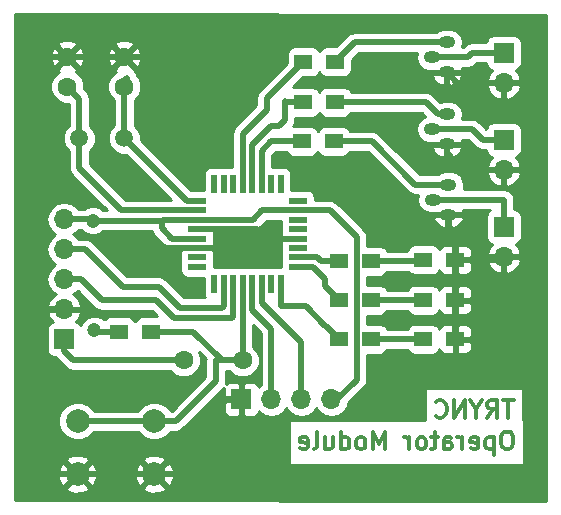
<source format=gbr>
G04 #@! TF.FileFunction,Copper,L2,Bot,Signal*
%FSLAX46Y46*%
G04 Gerber Fmt 4.6, Leading zero omitted, Abs format (unit mm)*
G04 Created by KiCad (PCBNEW 4.0.7) date Fri Feb  9 23:36:38 2018*
%MOMM*%
%LPD*%
G01*
G04 APERTURE LIST*
%ADD10C,0.150000*%
%ADD11C,0.300000*%
%ADD12C,1.600000*%
%ADD13R,1.500000X1.300000*%
%ADD14R,1.700000X1.700000*%
%ADD15O,1.700000X1.700000*%
%ADD16O,1.400000X1.000000*%
%ADD17C,2.000000*%
%ADD18R,1.600000X0.550000*%
%ADD19R,0.550000X1.600000*%
%ADD20C,1.500000*%
%ADD21C,1.200000*%
%ADD22C,0.500000*%
%ADD23C,0.254000*%
G04 APERTURE END LIST*
D10*
D11*
X127042571Y-70298571D02*
X126756857Y-70298571D01*
X126613999Y-70370000D01*
X126471142Y-70512857D01*
X126399714Y-70798571D01*
X126399714Y-71298571D01*
X126471142Y-71584286D01*
X126613999Y-71727143D01*
X126756857Y-71798571D01*
X127042571Y-71798571D01*
X127185428Y-71727143D01*
X127328285Y-71584286D01*
X127399714Y-71298571D01*
X127399714Y-70798571D01*
X127328285Y-70512857D01*
X127185428Y-70370000D01*
X127042571Y-70298571D01*
X125756856Y-70798571D02*
X125756856Y-72298571D01*
X125756856Y-70870000D02*
X125613999Y-70798571D01*
X125328285Y-70798571D01*
X125185428Y-70870000D01*
X125113999Y-70941429D01*
X125042570Y-71084286D01*
X125042570Y-71512857D01*
X125113999Y-71655714D01*
X125185428Y-71727143D01*
X125328285Y-71798571D01*
X125613999Y-71798571D01*
X125756856Y-71727143D01*
X123828285Y-71727143D02*
X123971142Y-71798571D01*
X124256856Y-71798571D01*
X124399713Y-71727143D01*
X124471142Y-71584286D01*
X124471142Y-71012857D01*
X124399713Y-70870000D01*
X124256856Y-70798571D01*
X123971142Y-70798571D01*
X123828285Y-70870000D01*
X123756856Y-71012857D01*
X123756856Y-71155714D01*
X124471142Y-71298571D01*
X123113999Y-71798571D02*
X123113999Y-70798571D01*
X123113999Y-71084286D02*
X123042571Y-70941429D01*
X122971142Y-70870000D01*
X122828285Y-70798571D01*
X122685428Y-70798571D01*
X121542571Y-71798571D02*
X121542571Y-71012857D01*
X121614000Y-70870000D01*
X121756857Y-70798571D01*
X122042571Y-70798571D01*
X122185428Y-70870000D01*
X121542571Y-71727143D02*
X121685428Y-71798571D01*
X122042571Y-71798571D01*
X122185428Y-71727143D01*
X122256857Y-71584286D01*
X122256857Y-71441429D01*
X122185428Y-71298571D01*
X122042571Y-71227143D01*
X121685428Y-71227143D01*
X121542571Y-71155714D01*
X121042571Y-70798571D02*
X120471142Y-70798571D01*
X120828285Y-70298571D02*
X120828285Y-71584286D01*
X120756857Y-71727143D01*
X120613999Y-71798571D01*
X120471142Y-71798571D01*
X119756856Y-71798571D02*
X119899714Y-71727143D01*
X119971142Y-71655714D01*
X120042571Y-71512857D01*
X120042571Y-71084286D01*
X119971142Y-70941429D01*
X119899714Y-70870000D01*
X119756856Y-70798571D01*
X119542571Y-70798571D01*
X119399714Y-70870000D01*
X119328285Y-70941429D01*
X119256856Y-71084286D01*
X119256856Y-71512857D01*
X119328285Y-71655714D01*
X119399714Y-71727143D01*
X119542571Y-71798571D01*
X119756856Y-71798571D01*
X118613999Y-71798571D02*
X118613999Y-70798571D01*
X118613999Y-71084286D02*
X118542571Y-70941429D01*
X118471142Y-70870000D01*
X118328285Y-70798571D01*
X118185428Y-70798571D01*
X116542571Y-71798571D02*
X116542571Y-70298571D01*
X116042571Y-71370000D01*
X115542571Y-70298571D01*
X115542571Y-71798571D01*
X114613999Y-71798571D02*
X114756857Y-71727143D01*
X114828285Y-71655714D01*
X114899714Y-71512857D01*
X114899714Y-71084286D01*
X114828285Y-70941429D01*
X114756857Y-70870000D01*
X114613999Y-70798571D01*
X114399714Y-70798571D01*
X114256857Y-70870000D01*
X114185428Y-70941429D01*
X114113999Y-71084286D01*
X114113999Y-71512857D01*
X114185428Y-71655714D01*
X114256857Y-71727143D01*
X114399714Y-71798571D01*
X114613999Y-71798571D01*
X112828285Y-71798571D02*
X112828285Y-70298571D01*
X112828285Y-71727143D02*
X112971142Y-71798571D01*
X113256856Y-71798571D01*
X113399714Y-71727143D01*
X113471142Y-71655714D01*
X113542571Y-71512857D01*
X113542571Y-71084286D01*
X113471142Y-70941429D01*
X113399714Y-70870000D01*
X113256856Y-70798571D01*
X112971142Y-70798571D01*
X112828285Y-70870000D01*
X111471142Y-70798571D02*
X111471142Y-71798571D01*
X112113999Y-70798571D02*
X112113999Y-71584286D01*
X112042571Y-71727143D01*
X111899713Y-71798571D01*
X111685428Y-71798571D01*
X111542571Y-71727143D01*
X111471142Y-71655714D01*
X110542570Y-71798571D02*
X110685428Y-71727143D01*
X110756856Y-71584286D01*
X110756856Y-70298571D01*
X109399714Y-71727143D02*
X109542571Y-71798571D01*
X109828285Y-71798571D01*
X109971142Y-71727143D01*
X110042571Y-71584286D01*
X110042571Y-71012857D01*
X109971142Y-70870000D01*
X109828285Y-70798571D01*
X109542571Y-70798571D01*
X109399714Y-70870000D01*
X109328285Y-71012857D01*
X109328285Y-71155714D01*
X110042571Y-71298571D01*
X127436143Y-67631571D02*
X126579000Y-67631571D01*
X127007571Y-69131571D02*
X127007571Y-67631571D01*
X125221857Y-69131571D02*
X125721857Y-68417286D01*
X126079000Y-69131571D02*
X126079000Y-67631571D01*
X125507572Y-67631571D01*
X125364714Y-67703000D01*
X125293286Y-67774429D01*
X125221857Y-67917286D01*
X125221857Y-68131571D01*
X125293286Y-68274429D01*
X125364714Y-68345857D01*
X125507572Y-68417286D01*
X126079000Y-68417286D01*
X124293286Y-68417286D02*
X124293286Y-69131571D01*
X124793286Y-67631571D02*
X124293286Y-68417286D01*
X123793286Y-67631571D01*
X123293286Y-69131571D02*
X123293286Y-67631571D01*
X122436143Y-69131571D01*
X122436143Y-67631571D01*
X120864714Y-68988714D02*
X120936143Y-69060143D01*
X121150429Y-69131571D01*
X121293286Y-69131571D01*
X121507571Y-69060143D01*
X121650429Y-68917286D01*
X121721857Y-68774429D01*
X121793286Y-68488714D01*
X121793286Y-68274429D01*
X121721857Y-67988714D01*
X121650429Y-67845857D01*
X121507571Y-67703000D01*
X121293286Y-67631571D01*
X121150429Y-67631571D01*
X120936143Y-67703000D01*
X120864714Y-67774429D01*
D12*
X104521000Y-64262000D03*
X99521000Y-64262000D03*
X89662000Y-38608000D03*
X89662000Y-41108000D03*
X94488000Y-38608000D03*
X94488000Y-41108000D03*
D13*
X122508000Y-55753000D03*
X119808000Y-55753000D03*
X122508000Y-59182000D03*
X119808000Y-59182000D03*
X122508000Y-62484000D03*
X119808000Y-62484000D03*
D14*
X104394000Y-67564000D03*
D15*
X106934000Y-67564000D03*
X109474000Y-67564000D03*
X112014000Y-67564000D03*
D14*
X89408000Y-62484000D03*
D15*
X89408000Y-59944000D03*
X89408000Y-57404000D03*
X89408000Y-54864000D03*
X89408000Y-52324000D03*
D14*
X126619000Y-38227000D03*
D15*
X126619000Y-40767000D03*
D14*
X126619000Y-45593000D03*
D15*
X126619000Y-48133000D03*
D14*
X126619000Y-52959000D03*
D15*
X126619000Y-55499000D03*
D16*
X120523000Y-38608000D03*
X121793000Y-37338000D03*
X121793000Y-39878000D03*
X120523000Y-44704000D03*
X121793000Y-43434000D03*
X121793000Y-45974000D03*
X120650000Y-50673000D03*
X121920000Y-49403000D03*
X121920000Y-51943000D03*
D13*
X94027000Y-61849000D03*
X96727000Y-61849000D03*
X115396000Y-62484000D03*
X112696000Y-62484000D03*
X115396000Y-59182000D03*
X112696000Y-59182000D03*
X115396000Y-55880000D03*
X112696000Y-55880000D03*
X112348000Y-38989000D03*
X109648000Y-38989000D03*
X112348000Y-42418000D03*
X109648000Y-42418000D03*
X112221000Y-45720000D03*
X109521000Y-45720000D03*
D17*
X97028000Y-69414000D03*
X97028000Y-73914000D03*
X90528000Y-69414000D03*
X90528000Y-73914000D03*
D18*
X100663905Y-56357000D03*
X100663905Y-55557000D03*
X100663905Y-54757000D03*
X100663905Y-53957000D03*
X100663905Y-53157000D03*
X100663905Y-52357000D03*
X100663905Y-51557000D03*
X100663905Y-50757000D03*
D19*
X102113905Y-49307000D03*
X102913905Y-49307000D03*
X103713905Y-49307000D03*
X104513905Y-49307000D03*
X105313905Y-49307000D03*
X106113905Y-49307000D03*
X106913905Y-49307000D03*
X107713905Y-49307000D03*
D18*
X109163905Y-50757000D03*
X109163905Y-51557000D03*
X109163905Y-52357000D03*
X109163905Y-53157000D03*
X109163905Y-53957000D03*
X109163905Y-54757000D03*
X109163905Y-55557000D03*
X109163905Y-56357000D03*
D19*
X107713905Y-57807000D03*
X106913905Y-57807000D03*
X106113905Y-57807000D03*
X105313905Y-57807000D03*
X104513905Y-57807000D03*
X103713905Y-57807000D03*
X102913905Y-57807000D03*
X102113905Y-57807000D03*
D20*
X90678000Y-45466000D03*
X94478000Y-45466000D03*
D21*
X96139000Y-54737000D03*
X98298000Y-46355000D03*
X91821000Y-52451000D03*
X91948000Y-61722000D03*
D22*
X96727000Y-61849000D02*
X100330000Y-61849000D01*
X100330000Y-61849000D02*
X102743000Y-64262000D01*
X97028000Y-69414000D02*
X98861000Y-69414000D01*
X102235000Y-64262000D02*
X102743000Y-64262000D01*
X102743000Y-64262000D02*
X104521000Y-64262000D01*
X102235000Y-66040000D02*
X102235000Y-64262000D01*
X98861000Y-69414000D02*
X102235000Y-66040000D01*
X97028000Y-69414000D02*
X90528000Y-69414000D01*
X104521000Y-64262000D02*
X104521000Y-57814095D01*
X104521000Y-57814095D02*
X104513905Y-57807000D01*
X89408000Y-62484000D02*
X89408000Y-63500000D01*
X90170000Y-64262000D02*
X99521000Y-64262000D01*
X89408000Y-63500000D02*
X90170000Y-64262000D01*
X94488000Y-38608000D02*
X98425000Y-38608000D01*
X96159000Y-54757000D02*
X100663905Y-54757000D01*
X96139000Y-54737000D02*
X96159000Y-54757000D01*
X98298000Y-38735000D02*
X98298000Y-46355000D01*
X98425000Y-38608000D02*
X98298000Y-38735000D01*
X89662000Y-38608000D02*
X86614000Y-38608000D01*
X86233000Y-38989000D02*
X86233000Y-59944000D01*
X86614000Y-38608000D02*
X86233000Y-38989000D01*
X89662000Y-38608000D02*
X94488000Y-38608000D01*
X128651000Y-54864000D02*
X128651000Y-73660000D01*
X128397000Y-73914000D02*
X97028000Y-73914000D01*
X128651000Y-73660000D02*
X128397000Y-73914000D01*
X100663905Y-54757000D02*
X103485000Y-54757000D01*
X103485000Y-54757000D02*
X103759000Y-54483000D01*
X103759000Y-54483000D02*
X103759000Y-53157000D01*
X100663905Y-53157000D02*
X103759000Y-53157000D01*
X103759000Y-53157000D02*
X105735000Y-53157000D01*
X106535000Y-53957000D02*
X109163905Y-53957000D01*
X105735000Y-53157000D02*
X106535000Y-53957000D01*
X90528000Y-73914000D02*
X86233000Y-73914000D01*
X86233000Y-73914000D02*
X86106000Y-73787000D01*
X86106000Y-73787000D02*
X86106000Y-59817000D01*
X86106000Y-59817000D02*
X86233000Y-59944000D01*
X86233000Y-59944000D02*
X89408000Y-59944000D01*
X104394000Y-67564000D02*
X102743000Y-67564000D01*
X102743000Y-67564000D02*
X99187000Y-71120000D01*
X99187000Y-71120000D02*
X99187000Y-71755000D01*
X99187000Y-71755000D02*
X97028000Y-73914000D01*
X97028000Y-73914000D02*
X90528000Y-73914000D01*
X122283000Y-53957000D02*
X122174000Y-53848000D01*
X126619000Y-40767000D02*
X128524000Y-40767000D01*
X128524000Y-40767000D02*
X128524000Y-48133000D01*
X126619000Y-40767000D02*
X122682000Y-40767000D01*
X122682000Y-40767000D02*
X121793000Y-39878000D01*
X126619000Y-48133000D02*
X128524000Y-48133000D01*
X128016000Y-55499000D02*
X126619000Y-55499000D01*
X128524000Y-48133000D02*
X128651000Y-48260000D01*
X128651000Y-48260000D02*
X128651000Y-54864000D01*
X128651000Y-54864000D02*
X128016000Y-55499000D01*
X126619000Y-48133000D02*
X123190000Y-48133000D01*
X121793000Y-46736000D02*
X121793000Y-45974000D01*
X123190000Y-48133000D02*
X121793000Y-46736000D01*
X121920000Y-51943000D02*
X121920000Y-53594000D01*
X122508000Y-54182000D02*
X122508000Y-55753000D01*
X121920000Y-53594000D02*
X122174000Y-53848000D01*
X122174000Y-53848000D02*
X122508000Y-54182000D01*
X122508000Y-59182000D02*
X122508000Y-62484000D01*
X122508000Y-55753000D02*
X122508000Y-59182000D01*
X122508000Y-55753000D02*
X126365000Y-55753000D01*
X126365000Y-55753000D02*
X126619000Y-55499000D01*
X90678000Y-45466000D02*
X90678000Y-42124000D01*
X90678000Y-42124000D02*
X89662000Y-41108000D01*
X90678000Y-45466000D02*
X90678000Y-48006000D01*
X94229000Y-51557000D02*
X100663905Y-51557000D01*
X90678000Y-48006000D02*
X94229000Y-51557000D01*
X94488000Y-41108000D02*
X94488000Y-40640000D01*
X94488000Y-40640000D02*
X94742000Y-40386000D01*
X94742000Y-40386000D02*
X94488000Y-41108000D01*
X94488000Y-41108000D02*
X94488000Y-45456000D01*
X94488000Y-45456000D02*
X94478000Y-45466000D01*
X100663905Y-50757000D02*
X99769000Y-50757000D01*
X99769000Y-50757000D02*
X94478000Y-45466000D01*
X115396000Y-55880000D02*
X119681000Y-55880000D01*
X119681000Y-55880000D02*
X119808000Y-55753000D01*
X115396000Y-59182000D02*
X119808000Y-59182000D01*
X115396000Y-62484000D02*
X119808000Y-62484000D01*
X105313905Y-57807000D02*
X105313905Y-59974905D01*
X106934000Y-61595000D02*
X106934000Y-67564000D01*
X105313905Y-59974905D02*
X106934000Y-61595000D01*
X106113905Y-57807000D02*
X106113905Y-59377905D01*
X109474000Y-62738000D02*
X109474000Y-67564000D01*
X106113905Y-59377905D02*
X109474000Y-62738000D01*
X100663905Y-53957000D02*
X98534000Y-53957000D01*
X97663000Y-53086000D02*
X97663000Y-52451000D01*
X98534000Y-53957000D02*
X97663000Y-53086000D01*
X109163905Y-51557000D02*
X111501000Y-51557000D01*
X111501000Y-51557000D02*
X111506000Y-51562000D01*
X112014000Y-67564000D02*
X112522000Y-67564000D01*
X112522000Y-67564000D02*
X114173000Y-65913000D01*
X111887000Y-51562000D02*
X111506000Y-51562000D01*
X114173000Y-53848000D02*
X111887000Y-51562000D01*
X114173000Y-65913000D02*
X114173000Y-53848000D01*
X111506000Y-51562000D02*
X110109000Y-51562000D01*
X100663905Y-52357000D02*
X105377000Y-52357000D01*
X106177000Y-51557000D02*
X109163905Y-51557000D01*
X105377000Y-52357000D02*
X106177000Y-51557000D01*
X91821000Y-52451000D02*
X97663000Y-52451000D01*
X97757000Y-52357000D02*
X100663905Y-52357000D01*
X97663000Y-52451000D02*
X97757000Y-52357000D01*
X94027000Y-61849000D02*
X92075000Y-61849000D01*
X91694000Y-52324000D02*
X89408000Y-52324000D01*
X91821000Y-52451000D02*
X91694000Y-52324000D01*
X92075000Y-61849000D02*
X91948000Y-61722000D01*
X103713905Y-57807000D02*
X103713905Y-60624095D01*
X90805000Y-57404000D02*
X89408000Y-57404000D01*
X92583000Y-59182000D02*
X90805000Y-57404000D01*
X97155000Y-59182000D02*
X92583000Y-59182000D01*
X98679000Y-60706000D02*
X97155000Y-59182000D01*
X103632000Y-60706000D02*
X98679000Y-60706000D01*
X103713905Y-60624095D02*
X103632000Y-60706000D01*
X102913905Y-57807000D02*
X102913905Y-59646095D01*
X91186000Y-54864000D02*
X89408000Y-54864000D01*
X94361000Y-58039000D02*
X91186000Y-54864000D01*
X97409000Y-58039000D02*
X94361000Y-58039000D01*
X99187000Y-59817000D02*
X97409000Y-58039000D01*
X102743000Y-59817000D02*
X99187000Y-59817000D01*
X102913905Y-59646095D02*
X102743000Y-59817000D01*
X126619000Y-38227000D02*
X123952000Y-38227000D01*
X123571000Y-38608000D02*
X120523000Y-38608000D01*
X123952000Y-38227000D02*
X123571000Y-38608000D01*
X126619000Y-45593000D02*
X124841000Y-45593000D01*
X123952000Y-44704000D02*
X120523000Y-44704000D01*
X124841000Y-45593000D02*
X123952000Y-44704000D01*
X126619000Y-52959000D02*
X126619000Y-50673000D01*
X126619000Y-50673000D02*
X120650000Y-50673000D01*
X121793000Y-37338000D02*
X113999000Y-37338000D01*
X113999000Y-37338000D02*
X112348000Y-38989000D01*
X121793000Y-43434000D02*
X121031000Y-43434000D01*
X120015000Y-42418000D02*
X112348000Y-42418000D01*
X121031000Y-43434000D02*
X120015000Y-42418000D01*
X121920000Y-49403000D02*
X119126000Y-49403000D01*
X115443000Y-45720000D02*
X112221000Y-45720000D01*
X119126000Y-49403000D02*
X115443000Y-45720000D01*
X107713905Y-57807000D02*
X107713905Y-59707905D01*
X111553000Y-61341000D02*
X112696000Y-62484000D01*
X111506000Y-61341000D02*
X111553000Y-61341000D01*
X109855000Y-59690000D02*
X111506000Y-61341000D01*
X107731810Y-59690000D02*
X109855000Y-59690000D01*
X107713905Y-59707905D02*
X107731810Y-59690000D01*
X109163905Y-56357000D02*
X110459000Y-56357000D01*
X111506000Y-57992000D02*
X112696000Y-59182000D01*
X111506000Y-57404000D02*
X111506000Y-57992000D01*
X110459000Y-56357000D02*
X111506000Y-57404000D01*
X112696000Y-55880000D02*
X111125000Y-55880000D01*
X110802000Y-55557000D02*
X109163905Y-55557000D01*
X111125000Y-55880000D02*
X110802000Y-55557000D01*
X104513905Y-49307000D02*
X104513905Y-45092095D01*
X106553000Y-42084000D02*
X109648000Y-38989000D01*
X106553000Y-43053000D02*
X106553000Y-42084000D01*
X104513905Y-45092095D02*
X106553000Y-43053000D01*
X105313905Y-49307000D02*
X105313905Y-46070095D01*
X108204000Y-42418000D02*
X109648000Y-42418000D01*
X108077000Y-42291000D02*
X108204000Y-42418000D01*
X108077000Y-43942000D02*
X108077000Y-42291000D01*
X107569000Y-44450000D02*
X108077000Y-43942000D01*
X106934000Y-44450000D02*
X107569000Y-44450000D01*
X105313905Y-46070095D02*
X106934000Y-44450000D01*
X106113905Y-49307000D02*
X106113905Y-46540095D01*
X106934000Y-45720000D02*
X109521000Y-45720000D01*
X106113905Y-46540095D02*
X106934000Y-45720000D01*
D23*
G36*
X130175000Y-35051643D02*
X130175000Y-76199643D01*
X85217000Y-76073357D01*
X85217000Y-75066532D01*
X89555073Y-75066532D01*
X89653736Y-75333387D01*
X90263461Y-75559908D01*
X90913460Y-75535856D01*
X91402264Y-75333387D01*
X91500927Y-75066532D01*
X96055073Y-75066532D01*
X96153736Y-75333387D01*
X96763461Y-75559908D01*
X97413460Y-75535856D01*
X97902264Y-75333387D01*
X98000927Y-75066532D01*
X97028000Y-74093605D01*
X96055073Y-75066532D01*
X91500927Y-75066532D01*
X90528000Y-74093605D01*
X89555073Y-75066532D01*
X85217000Y-75066532D01*
X85217000Y-73649461D01*
X88882092Y-73649461D01*
X88906144Y-74299460D01*
X89108613Y-74788264D01*
X89375468Y-74886927D01*
X90348395Y-73914000D01*
X90707605Y-73914000D01*
X91680532Y-74886927D01*
X91947387Y-74788264D01*
X92173908Y-74178539D01*
X92154331Y-73649461D01*
X95382092Y-73649461D01*
X95406144Y-74299460D01*
X95608613Y-74788264D01*
X95875468Y-74886927D01*
X96848395Y-73914000D01*
X97207605Y-73914000D01*
X98180532Y-74886927D01*
X98447387Y-74788264D01*
X98673908Y-74178539D01*
X98649856Y-73528540D01*
X98447387Y-73039736D01*
X98180532Y-72941073D01*
X97207605Y-73914000D01*
X96848395Y-73914000D01*
X95875468Y-72941073D01*
X95608613Y-73039736D01*
X95382092Y-73649461D01*
X92154331Y-73649461D01*
X92149856Y-73528540D01*
X91947387Y-73039736D01*
X91680532Y-72941073D01*
X90707605Y-73914000D01*
X90348395Y-73914000D01*
X89375468Y-72941073D01*
X89108613Y-73039736D01*
X88882092Y-73649461D01*
X85217000Y-73649461D01*
X85217000Y-72761468D01*
X89555073Y-72761468D01*
X90528000Y-73734395D01*
X91500927Y-72761468D01*
X96055073Y-72761468D01*
X97028000Y-73734395D01*
X98000927Y-72761468D01*
X97902264Y-72494613D01*
X97292539Y-72268092D01*
X96642540Y-72292144D01*
X96153736Y-72494613D01*
X96055073Y-72761468D01*
X91500927Y-72761468D01*
X91402264Y-72494613D01*
X90792539Y-72268092D01*
X90142540Y-72292144D01*
X89653736Y-72494613D01*
X89555073Y-72761468D01*
X85217000Y-72761468D01*
X85217000Y-52324000D01*
X87893907Y-52324000D01*
X88006946Y-52892285D01*
X88328853Y-53374054D01*
X88658026Y-53594000D01*
X88328853Y-53813946D01*
X88006946Y-54295715D01*
X87893907Y-54864000D01*
X88006946Y-55432285D01*
X88328853Y-55914054D01*
X88658026Y-56134000D01*
X88328853Y-56353946D01*
X88006946Y-56835715D01*
X87893907Y-57404000D01*
X88006946Y-57972285D01*
X88328853Y-58454054D01*
X88669553Y-58681702D01*
X88526642Y-58748817D01*
X88136355Y-59177076D01*
X87966524Y-59587110D01*
X88087845Y-59817000D01*
X89281000Y-59817000D01*
X89281000Y-59797000D01*
X89535000Y-59797000D01*
X89535000Y-59817000D01*
X90728155Y-59817000D01*
X90849476Y-59587110D01*
X90679645Y-59177076D01*
X90289358Y-58748817D01*
X90146447Y-58681702D01*
X90487147Y-58454054D01*
X90533741Y-58384321D01*
X91957208Y-59807787D01*
X91957210Y-59807790D01*
X92244325Y-59999633D01*
X92300516Y-60010810D01*
X92583000Y-60067001D01*
X92583005Y-60067000D01*
X96788420Y-60067000D01*
X97272980Y-60551560D01*
X95977000Y-60551560D01*
X95741683Y-60595838D01*
X95525559Y-60734910D01*
X95380569Y-60947110D01*
X95377919Y-60960197D01*
X95241090Y-60747559D01*
X95028890Y-60602569D01*
X94777000Y-60551560D01*
X93277000Y-60551560D01*
X93041683Y-60595838D01*
X92825559Y-60734910D01*
X92777653Y-60805023D01*
X92648485Y-60675629D01*
X92194734Y-60487215D01*
X91703421Y-60486786D01*
X91249343Y-60674408D01*
X90901629Y-61021515D01*
X90790569Y-61288978D01*
X90722090Y-61182559D01*
X90509890Y-61037569D01*
X90401893Y-61015699D01*
X90679645Y-60710924D01*
X90849476Y-60300890D01*
X90728155Y-60071000D01*
X89535000Y-60071000D01*
X89535000Y-60091000D01*
X89281000Y-60091000D01*
X89281000Y-60071000D01*
X88087845Y-60071000D01*
X87966524Y-60300890D01*
X88136355Y-60710924D01*
X88412501Y-61013937D01*
X88322683Y-61030838D01*
X88106559Y-61169910D01*
X87961569Y-61382110D01*
X87910560Y-61634000D01*
X87910560Y-63334000D01*
X87954838Y-63569317D01*
X88093910Y-63785441D01*
X88306110Y-63930431D01*
X88558000Y-63981440D01*
X88685759Y-63981440D01*
X88782210Y-64125790D01*
X89544208Y-64887787D01*
X89544210Y-64887790D01*
X89831325Y-65079633D01*
X89887516Y-65090810D01*
X90170000Y-65147001D01*
X90170005Y-65147000D01*
X98376829Y-65147000D01*
X98707077Y-65477824D01*
X99234309Y-65696750D01*
X99805187Y-65697248D01*
X100332800Y-65479243D01*
X100736824Y-65075923D01*
X100955750Y-64548691D01*
X100956248Y-63977813D01*
X100779521Y-63550101D01*
X101373463Y-64144043D01*
X101350000Y-64262000D01*
X101350000Y-65673421D01*
X98494420Y-68529000D01*
X98431398Y-68529000D01*
X98414894Y-68489057D01*
X97955363Y-68028722D01*
X97354648Y-67779284D01*
X96704205Y-67778716D01*
X96103057Y-68027106D01*
X95642722Y-68486637D01*
X95625131Y-68529000D01*
X91931398Y-68529000D01*
X91914894Y-68489057D01*
X91455363Y-68028722D01*
X90854648Y-67779284D01*
X90204205Y-67778716D01*
X89603057Y-68027106D01*
X89142722Y-68486637D01*
X88893284Y-69087352D01*
X88892716Y-69737795D01*
X89141106Y-70338943D01*
X89600637Y-70799278D01*
X90201352Y-71048716D01*
X90851795Y-71049284D01*
X91452943Y-70800894D01*
X91913278Y-70341363D01*
X91930869Y-70299000D01*
X95624602Y-70299000D01*
X95641106Y-70338943D01*
X96100637Y-70799278D01*
X96701352Y-71048716D01*
X97351795Y-71049284D01*
X97952943Y-70800894D01*
X98413278Y-70341363D01*
X98430869Y-70299000D01*
X98860995Y-70299000D01*
X98861000Y-70299001D01*
X99143484Y-70242810D01*
X99199675Y-70231633D01*
X99486790Y-70039790D01*
X100241579Y-69285000D01*
X108407572Y-69285000D01*
X108407572Y-73105000D01*
X128320429Y-73105000D01*
X128320429Y-69285000D01*
X128214000Y-69285000D01*
X128214000Y-66618000D01*
X119944000Y-66618000D01*
X119944000Y-69285000D01*
X108407572Y-69285000D01*
X100241579Y-69285000D01*
X101676829Y-67849750D01*
X102909000Y-67849750D01*
X102909000Y-68540309D01*
X103005673Y-68773698D01*
X103184301Y-68952327D01*
X103417690Y-69049000D01*
X104108250Y-69049000D01*
X104267000Y-68890250D01*
X104267000Y-67691000D01*
X103067750Y-67691000D01*
X102909000Y-67849750D01*
X101676829Y-67849750D01*
X102860787Y-66665792D01*
X102860790Y-66665790D01*
X102909000Y-66593638D01*
X102909000Y-67278250D01*
X103067750Y-67437000D01*
X104267000Y-67437000D01*
X104267000Y-66237750D01*
X104108250Y-66079000D01*
X103417690Y-66079000D01*
X103184301Y-66175673D01*
X103070346Y-66289628D01*
X103120001Y-66040000D01*
X103120000Y-66039995D01*
X103120000Y-65147000D01*
X103376829Y-65147000D01*
X103707077Y-65477824D01*
X104234309Y-65696750D01*
X104805187Y-65697248D01*
X105332800Y-65479243D01*
X105736824Y-65075923D01*
X105955750Y-64548691D01*
X105956248Y-63977813D01*
X105738243Y-63450200D01*
X105406000Y-63117377D01*
X105406000Y-61318580D01*
X106049000Y-61961579D01*
X106049000Y-66374568D01*
X105883946Y-66484853D01*
X105854597Y-66528777D01*
X105782327Y-66354302D01*
X105603699Y-66175673D01*
X105370310Y-66079000D01*
X104679750Y-66079000D01*
X104521000Y-66237750D01*
X104521000Y-67437000D01*
X104541000Y-67437000D01*
X104541000Y-67691000D01*
X104521000Y-67691000D01*
X104521000Y-68890250D01*
X104679750Y-69049000D01*
X105370310Y-69049000D01*
X105603699Y-68952327D01*
X105782327Y-68773698D01*
X105854597Y-68599223D01*
X105883946Y-68643147D01*
X106365715Y-68965054D01*
X106934000Y-69078093D01*
X107502285Y-68965054D01*
X107984054Y-68643147D01*
X108204000Y-68313974D01*
X108423946Y-68643147D01*
X108905715Y-68965054D01*
X109474000Y-69078093D01*
X110042285Y-68965054D01*
X110524054Y-68643147D01*
X110744000Y-68313974D01*
X110963946Y-68643147D01*
X111445715Y-68965054D01*
X112014000Y-69078093D01*
X112582285Y-68965054D01*
X113064054Y-68643147D01*
X113385961Y-68161378D01*
X113438045Y-67899535D01*
X114798787Y-66538792D01*
X114798790Y-66538790D01*
X114990633Y-66251675D01*
X114990634Y-66251674D01*
X115058001Y-65913000D01*
X115058000Y-65912995D01*
X115058000Y-63781440D01*
X116146000Y-63781440D01*
X116381317Y-63737162D01*
X116597441Y-63598090D01*
X116742431Y-63385890D01*
X116745851Y-63369000D01*
X118454778Y-63369000D01*
X118454838Y-63369317D01*
X118593910Y-63585441D01*
X118806110Y-63730431D01*
X119058000Y-63781440D01*
X120558000Y-63781440D01*
X120793317Y-63737162D01*
X121009441Y-63598090D01*
X121154431Y-63385890D01*
X121161191Y-63352510D01*
X121219673Y-63493699D01*
X121398302Y-63672327D01*
X121631691Y-63769000D01*
X122222250Y-63769000D01*
X122381000Y-63610250D01*
X122381000Y-62611000D01*
X122635000Y-62611000D01*
X122635000Y-63610250D01*
X122793750Y-63769000D01*
X123384309Y-63769000D01*
X123617698Y-63672327D01*
X123796327Y-63493699D01*
X123893000Y-63260310D01*
X123893000Y-62769750D01*
X123734250Y-62611000D01*
X122635000Y-62611000D01*
X122381000Y-62611000D01*
X122361000Y-62611000D01*
X122361000Y-62357000D01*
X122381000Y-62357000D01*
X122381000Y-61357750D01*
X122635000Y-61357750D01*
X122635000Y-62357000D01*
X123734250Y-62357000D01*
X123893000Y-62198250D01*
X123893000Y-61707690D01*
X123796327Y-61474301D01*
X123617698Y-61295673D01*
X123384309Y-61199000D01*
X122793750Y-61199000D01*
X122635000Y-61357750D01*
X122381000Y-61357750D01*
X122222250Y-61199000D01*
X121631691Y-61199000D01*
X121398302Y-61295673D01*
X121219673Y-61474301D01*
X121163346Y-61610287D01*
X121161162Y-61598683D01*
X121022090Y-61382559D01*
X120809890Y-61237569D01*
X120558000Y-61186560D01*
X119058000Y-61186560D01*
X118822683Y-61230838D01*
X118606559Y-61369910D01*
X118461569Y-61582110D01*
X118458149Y-61599000D01*
X116749222Y-61599000D01*
X116749162Y-61598683D01*
X116610090Y-61382559D01*
X116397890Y-61237569D01*
X116146000Y-61186560D01*
X115058000Y-61186560D01*
X115058000Y-60479440D01*
X116146000Y-60479440D01*
X116381317Y-60435162D01*
X116597441Y-60296090D01*
X116742431Y-60083890D01*
X116745851Y-60067000D01*
X118454778Y-60067000D01*
X118454838Y-60067317D01*
X118593910Y-60283441D01*
X118806110Y-60428431D01*
X119058000Y-60479440D01*
X120558000Y-60479440D01*
X120793317Y-60435162D01*
X121009441Y-60296090D01*
X121154431Y-60083890D01*
X121161191Y-60050510D01*
X121219673Y-60191699D01*
X121398302Y-60370327D01*
X121631691Y-60467000D01*
X122222250Y-60467000D01*
X122381000Y-60308250D01*
X122381000Y-59309000D01*
X122635000Y-59309000D01*
X122635000Y-60308250D01*
X122793750Y-60467000D01*
X123384309Y-60467000D01*
X123617698Y-60370327D01*
X123796327Y-60191699D01*
X123893000Y-59958310D01*
X123893000Y-59467750D01*
X123734250Y-59309000D01*
X122635000Y-59309000D01*
X122381000Y-59309000D01*
X122361000Y-59309000D01*
X122361000Y-59055000D01*
X122381000Y-59055000D01*
X122381000Y-58055750D01*
X122635000Y-58055750D01*
X122635000Y-59055000D01*
X123734250Y-59055000D01*
X123893000Y-58896250D01*
X123893000Y-58405690D01*
X123796327Y-58172301D01*
X123617698Y-57993673D01*
X123384309Y-57897000D01*
X122793750Y-57897000D01*
X122635000Y-58055750D01*
X122381000Y-58055750D01*
X122222250Y-57897000D01*
X121631691Y-57897000D01*
X121398302Y-57993673D01*
X121219673Y-58172301D01*
X121163346Y-58308287D01*
X121161162Y-58296683D01*
X121022090Y-58080559D01*
X120809890Y-57935569D01*
X120558000Y-57884560D01*
X119058000Y-57884560D01*
X118822683Y-57928838D01*
X118606559Y-58067910D01*
X118461569Y-58280110D01*
X118458149Y-58297000D01*
X116749222Y-58297000D01*
X116749162Y-58296683D01*
X116610090Y-58080559D01*
X116397890Y-57935569D01*
X116146000Y-57884560D01*
X115058000Y-57884560D01*
X115058000Y-57177440D01*
X116146000Y-57177440D01*
X116381317Y-57133162D01*
X116597441Y-56994090D01*
X116742431Y-56781890D01*
X116745851Y-56765000D01*
X118536356Y-56765000D01*
X118593910Y-56854441D01*
X118806110Y-56999431D01*
X119058000Y-57050440D01*
X120558000Y-57050440D01*
X120793317Y-57006162D01*
X121009441Y-56867090D01*
X121154431Y-56654890D01*
X121161191Y-56621510D01*
X121219673Y-56762699D01*
X121398302Y-56941327D01*
X121631691Y-57038000D01*
X122222250Y-57038000D01*
X122381000Y-56879250D01*
X122381000Y-55880000D01*
X122635000Y-55880000D01*
X122635000Y-56879250D01*
X122793750Y-57038000D01*
X123384309Y-57038000D01*
X123617698Y-56941327D01*
X123796327Y-56762699D01*
X123893000Y-56529310D01*
X123893000Y-56038750D01*
X123734250Y-55880000D01*
X122635000Y-55880000D01*
X122381000Y-55880000D01*
X122361000Y-55880000D01*
X122361000Y-55855890D01*
X125177524Y-55855890D01*
X125347355Y-56265924D01*
X125737642Y-56694183D01*
X126262108Y-56940486D01*
X126492000Y-56819819D01*
X126492000Y-55626000D01*
X126746000Y-55626000D01*
X126746000Y-56819819D01*
X126975892Y-56940486D01*
X127500358Y-56694183D01*
X127890645Y-56265924D01*
X128060476Y-55855890D01*
X127939155Y-55626000D01*
X126746000Y-55626000D01*
X126492000Y-55626000D01*
X125298845Y-55626000D01*
X125177524Y-55855890D01*
X122361000Y-55855890D01*
X122361000Y-55626000D01*
X122381000Y-55626000D01*
X122381000Y-54626750D01*
X122635000Y-54626750D01*
X122635000Y-55626000D01*
X123734250Y-55626000D01*
X123893000Y-55467250D01*
X123893000Y-54976690D01*
X123796327Y-54743301D01*
X123617698Y-54564673D01*
X123384309Y-54468000D01*
X122793750Y-54468000D01*
X122635000Y-54626750D01*
X122381000Y-54626750D01*
X122222250Y-54468000D01*
X121631691Y-54468000D01*
X121398302Y-54564673D01*
X121219673Y-54743301D01*
X121163346Y-54879287D01*
X121161162Y-54867683D01*
X121022090Y-54651559D01*
X120809890Y-54506569D01*
X120558000Y-54455560D01*
X119058000Y-54455560D01*
X118822683Y-54499838D01*
X118606559Y-54638910D01*
X118461569Y-54851110D01*
X118432431Y-54995000D01*
X116749222Y-54995000D01*
X116749162Y-54994683D01*
X116610090Y-54778559D01*
X116397890Y-54633569D01*
X116146000Y-54582560D01*
X115058000Y-54582560D01*
X115058000Y-53848005D01*
X115058001Y-53848000D01*
X114990633Y-53509325D01*
X114938966Y-53432000D01*
X114798790Y-53222210D01*
X114798787Y-53222208D01*
X113821454Y-52244874D01*
X120625881Y-52244874D01*
X120629444Y-52279893D01*
X120841381Y-52671586D01*
X121187080Y-52952359D01*
X121613911Y-53079466D01*
X121793000Y-52923320D01*
X121793000Y-52070000D01*
X122047000Y-52070000D01*
X122047000Y-52923320D01*
X122226089Y-53079466D01*
X122652920Y-52952359D01*
X122998619Y-52671586D01*
X123210556Y-52279893D01*
X123214119Y-52244874D01*
X123087954Y-52070000D01*
X122047000Y-52070000D01*
X121793000Y-52070000D01*
X120752046Y-52070000D01*
X120625881Y-52244874D01*
X113821454Y-52244874D01*
X112512790Y-50936210D01*
X112354671Y-50830559D01*
X112225675Y-50744367D01*
X112169484Y-50733190D01*
X111887000Y-50676999D01*
X111886995Y-50677000D01*
X111526141Y-50677000D01*
X111501000Y-50671999D01*
X111500995Y-50672000D01*
X110611345Y-50672000D01*
X110611345Y-50482000D01*
X110567067Y-50246683D01*
X110427995Y-50030559D01*
X110215795Y-49885569D01*
X109963905Y-49834560D01*
X108636345Y-49834560D01*
X108636345Y-48507000D01*
X108592067Y-48271683D01*
X108452995Y-48055559D01*
X108240795Y-47910569D01*
X107988905Y-47859560D01*
X107438905Y-47859560D01*
X107309316Y-47883944D01*
X107188905Y-47859560D01*
X106998905Y-47859560D01*
X106998905Y-46906675D01*
X107300579Y-46605000D01*
X108167778Y-46605000D01*
X108167838Y-46605317D01*
X108306910Y-46821441D01*
X108519110Y-46966431D01*
X108771000Y-47017440D01*
X110271000Y-47017440D01*
X110506317Y-46973162D01*
X110722441Y-46834090D01*
X110867431Y-46621890D01*
X110870081Y-46608803D01*
X111006910Y-46821441D01*
X111219110Y-46966431D01*
X111471000Y-47017440D01*
X112971000Y-47017440D01*
X113206317Y-46973162D01*
X113422441Y-46834090D01*
X113567431Y-46621890D01*
X113570851Y-46605000D01*
X115076420Y-46605000D01*
X118500208Y-50028787D01*
X118500210Y-50028790D01*
X118643650Y-50124633D01*
X118787326Y-50220634D01*
X119126000Y-50288001D01*
X119126005Y-50288000D01*
X119365427Y-50288000D01*
X119288846Y-50673000D01*
X119375243Y-51107346D01*
X119621280Y-51475566D01*
X119989500Y-51721603D01*
X120423846Y-51808000D01*
X120746274Y-51808000D01*
X120752046Y-51816000D01*
X121793000Y-51816000D01*
X121793000Y-51796000D01*
X122047000Y-51796000D01*
X122047000Y-51816000D01*
X123087954Y-51816000D01*
X123214119Y-51641126D01*
X123210556Y-51606107D01*
X123184526Y-51558000D01*
X125452621Y-51558000D01*
X125317559Y-51644910D01*
X125172569Y-51857110D01*
X125121560Y-52109000D01*
X125121560Y-53809000D01*
X125165838Y-54044317D01*
X125304910Y-54260441D01*
X125517110Y-54405431D01*
X125625107Y-54427301D01*
X125347355Y-54732076D01*
X125177524Y-55142110D01*
X125298845Y-55372000D01*
X126492000Y-55372000D01*
X126492000Y-55352000D01*
X126746000Y-55352000D01*
X126746000Y-55372000D01*
X127939155Y-55372000D01*
X128060476Y-55142110D01*
X127890645Y-54732076D01*
X127614499Y-54429063D01*
X127704317Y-54412162D01*
X127920441Y-54273090D01*
X128065431Y-54060890D01*
X128116440Y-53809000D01*
X128116440Y-52109000D01*
X128072162Y-51873683D01*
X127933090Y-51657559D01*
X127720890Y-51512569D01*
X127504000Y-51468648D01*
X127504000Y-50673000D01*
X127436633Y-50334325D01*
X127244790Y-50047210D01*
X126957675Y-49855367D01*
X126619000Y-49788000D01*
X123204573Y-49788000D01*
X123281154Y-49403000D01*
X123194757Y-48968654D01*
X122948720Y-48600434D01*
X122783280Y-48489890D01*
X125177524Y-48489890D01*
X125347355Y-48899924D01*
X125737642Y-49328183D01*
X126262108Y-49574486D01*
X126492000Y-49453819D01*
X126492000Y-48260000D01*
X126746000Y-48260000D01*
X126746000Y-49453819D01*
X126975892Y-49574486D01*
X127500358Y-49328183D01*
X127890645Y-48899924D01*
X128060476Y-48489890D01*
X127939155Y-48260000D01*
X126746000Y-48260000D01*
X126492000Y-48260000D01*
X125298845Y-48260000D01*
X125177524Y-48489890D01*
X122783280Y-48489890D01*
X122580500Y-48354397D01*
X122146154Y-48268000D01*
X121693846Y-48268000D01*
X121259500Y-48354397D01*
X121014651Y-48518000D01*
X119492579Y-48518000D01*
X117250454Y-46275874D01*
X120498881Y-46275874D01*
X120502444Y-46310893D01*
X120714381Y-46702586D01*
X121060080Y-46983359D01*
X121486911Y-47110466D01*
X121666000Y-46954320D01*
X121666000Y-46101000D01*
X121920000Y-46101000D01*
X121920000Y-46954320D01*
X122099089Y-47110466D01*
X122525920Y-46983359D01*
X122871619Y-46702586D01*
X123083556Y-46310893D01*
X123087119Y-46275874D01*
X122960954Y-46101000D01*
X121920000Y-46101000D01*
X121666000Y-46101000D01*
X120625046Y-46101000D01*
X120498881Y-46275874D01*
X117250454Y-46275874D01*
X116068790Y-45094210D01*
X115878721Y-44967211D01*
X115781675Y-44902367D01*
X115725484Y-44891190D01*
X115443000Y-44834999D01*
X115442995Y-44835000D01*
X113574222Y-44835000D01*
X113574162Y-44834683D01*
X113435090Y-44618559D01*
X113222890Y-44473569D01*
X112971000Y-44422560D01*
X111471000Y-44422560D01*
X111235683Y-44466838D01*
X111019559Y-44605910D01*
X110874569Y-44818110D01*
X110871919Y-44831197D01*
X110735090Y-44618559D01*
X110522890Y-44473569D01*
X110271000Y-44422560D01*
X108799829Y-44422560D01*
X108894633Y-44280675D01*
X108962000Y-43942000D01*
X108962000Y-43715440D01*
X110398000Y-43715440D01*
X110633317Y-43671162D01*
X110849441Y-43532090D01*
X110994431Y-43319890D01*
X110997081Y-43306803D01*
X111133910Y-43519441D01*
X111346110Y-43664431D01*
X111598000Y-43715440D01*
X113098000Y-43715440D01*
X113333317Y-43671162D01*
X113549441Y-43532090D01*
X113694431Y-43319890D01*
X113697851Y-43303000D01*
X119648420Y-43303000D01*
X119977869Y-43632449D01*
X119862500Y-43655397D01*
X119494280Y-43901434D01*
X119248243Y-44269654D01*
X119161846Y-44704000D01*
X119248243Y-45138346D01*
X119494280Y-45506566D01*
X119862500Y-45752603D01*
X120296846Y-45839000D01*
X120619274Y-45839000D01*
X120625046Y-45847000D01*
X121666000Y-45847000D01*
X121666000Y-45827000D01*
X121920000Y-45827000D01*
X121920000Y-45847000D01*
X122960954Y-45847000D01*
X123087119Y-45672126D01*
X123083556Y-45637107D01*
X123057526Y-45589000D01*
X123585420Y-45589000D01*
X124215208Y-46218787D01*
X124215210Y-46218790D01*
X124502325Y-46410633D01*
X124558516Y-46421810D01*
X124841000Y-46478001D01*
X124841005Y-46478000D01*
X125128146Y-46478000D01*
X125165838Y-46678317D01*
X125304910Y-46894441D01*
X125517110Y-47039431D01*
X125625107Y-47061301D01*
X125347355Y-47366076D01*
X125177524Y-47776110D01*
X125298845Y-48006000D01*
X126492000Y-48006000D01*
X126492000Y-47986000D01*
X126746000Y-47986000D01*
X126746000Y-48006000D01*
X127939155Y-48006000D01*
X128060476Y-47776110D01*
X127890645Y-47366076D01*
X127614499Y-47063063D01*
X127704317Y-47046162D01*
X127920441Y-46907090D01*
X128065431Y-46694890D01*
X128116440Y-46443000D01*
X128116440Y-44743000D01*
X128072162Y-44507683D01*
X127933090Y-44291559D01*
X127720890Y-44146569D01*
X127469000Y-44095560D01*
X125769000Y-44095560D01*
X125533683Y-44139838D01*
X125317559Y-44278910D01*
X125172569Y-44491110D01*
X125141940Y-44642361D01*
X124577790Y-44078210D01*
X124550222Y-44059790D01*
X124290675Y-43886367D01*
X124234484Y-43875190D01*
X123952000Y-43818999D01*
X123951995Y-43819000D01*
X123077573Y-43819000D01*
X123154154Y-43434000D01*
X123067757Y-42999654D01*
X122821720Y-42631434D01*
X122453500Y-42385397D01*
X122019154Y-42299000D01*
X121566846Y-42299000D01*
X121217140Y-42368561D01*
X120640790Y-41792210D01*
X120602914Y-41766902D01*
X120353675Y-41600367D01*
X120297484Y-41589190D01*
X120015000Y-41532999D01*
X120014995Y-41533000D01*
X113701222Y-41533000D01*
X113701162Y-41532683D01*
X113562090Y-41316559D01*
X113349890Y-41171569D01*
X113114445Y-41123890D01*
X125177524Y-41123890D01*
X125347355Y-41533924D01*
X125737642Y-41962183D01*
X126262108Y-42208486D01*
X126492000Y-42087819D01*
X126492000Y-40894000D01*
X126746000Y-40894000D01*
X126746000Y-42087819D01*
X126975892Y-42208486D01*
X127500358Y-41962183D01*
X127890645Y-41533924D01*
X128060476Y-41123890D01*
X127939155Y-40894000D01*
X126746000Y-40894000D01*
X126492000Y-40894000D01*
X125298845Y-40894000D01*
X125177524Y-41123890D01*
X113114445Y-41123890D01*
X113098000Y-41120560D01*
X111598000Y-41120560D01*
X111362683Y-41164838D01*
X111146559Y-41303910D01*
X111001569Y-41516110D01*
X110998919Y-41529197D01*
X110862090Y-41316559D01*
X110649890Y-41171569D01*
X110398000Y-41120560D01*
X108898000Y-41120560D01*
X108737893Y-41150686D01*
X109602139Y-40286440D01*
X110398000Y-40286440D01*
X110633317Y-40242162D01*
X110849441Y-40103090D01*
X110994431Y-39890890D01*
X110997081Y-39877803D01*
X111133910Y-40090441D01*
X111346110Y-40235431D01*
X111598000Y-40286440D01*
X113098000Y-40286440D01*
X113333317Y-40242162D01*
X113430115Y-40179874D01*
X120498881Y-40179874D01*
X120502444Y-40214893D01*
X120714381Y-40606586D01*
X121060080Y-40887359D01*
X121486911Y-41014466D01*
X121666000Y-40858320D01*
X121666000Y-40005000D01*
X121920000Y-40005000D01*
X121920000Y-40858320D01*
X122099089Y-41014466D01*
X122525920Y-40887359D01*
X122871619Y-40606586D01*
X123083556Y-40214893D01*
X123087119Y-40179874D01*
X122960954Y-40005000D01*
X121920000Y-40005000D01*
X121666000Y-40005000D01*
X120625046Y-40005000D01*
X120498881Y-40179874D01*
X113430115Y-40179874D01*
X113549441Y-40103090D01*
X113694431Y-39890890D01*
X113745440Y-39639000D01*
X113745440Y-38843140D01*
X114365579Y-38223000D01*
X119238427Y-38223000D01*
X119161846Y-38608000D01*
X119248243Y-39042346D01*
X119494280Y-39410566D01*
X119862500Y-39656603D01*
X120296846Y-39743000D01*
X120619274Y-39743000D01*
X120625046Y-39751000D01*
X121666000Y-39751000D01*
X121666000Y-39731000D01*
X121920000Y-39731000D01*
X121920000Y-39751000D01*
X122960954Y-39751000D01*
X123087119Y-39576126D01*
X123083556Y-39541107D01*
X123057526Y-39493000D01*
X123570995Y-39493000D01*
X123571000Y-39493001D01*
X123856858Y-39436139D01*
X123909675Y-39425633D01*
X124196790Y-39233790D01*
X124318580Y-39112000D01*
X125128146Y-39112000D01*
X125165838Y-39312317D01*
X125304910Y-39528441D01*
X125517110Y-39673431D01*
X125625107Y-39695301D01*
X125347355Y-40000076D01*
X125177524Y-40410110D01*
X125298845Y-40640000D01*
X126492000Y-40640000D01*
X126492000Y-40620000D01*
X126746000Y-40620000D01*
X126746000Y-40640000D01*
X127939155Y-40640000D01*
X128060476Y-40410110D01*
X127890645Y-40000076D01*
X127614499Y-39697063D01*
X127704317Y-39680162D01*
X127920441Y-39541090D01*
X128065431Y-39328890D01*
X128116440Y-39077000D01*
X128116440Y-37377000D01*
X128072162Y-37141683D01*
X127933090Y-36925559D01*
X127720890Y-36780569D01*
X127469000Y-36729560D01*
X125769000Y-36729560D01*
X125533683Y-36773838D01*
X125317559Y-36912910D01*
X125172569Y-37125110D01*
X125128648Y-37342000D01*
X123952000Y-37342000D01*
X123613325Y-37409367D01*
X123326210Y-37601210D01*
X123326208Y-37601213D01*
X123204421Y-37723000D01*
X123077573Y-37723000D01*
X123154154Y-37338000D01*
X123067757Y-36903654D01*
X122821720Y-36535434D01*
X122453500Y-36289397D01*
X122019154Y-36203000D01*
X121566846Y-36203000D01*
X121132500Y-36289397D01*
X120887651Y-36453000D01*
X113999005Y-36453000D01*
X113999000Y-36452999D01*
X113660326Y-36520366D01*
X113565054Y-36584025D01*
X113373210Y-36712210D01*
X113373208Y-36712213D01*
X112393860Y-37691560D01*
X111598000Y-37691560D01*
X111362683Y-37735838D01*
X111146559Y-37874910D01*
X111001569Y-38087110D01*
X110998919Y-38100197D01*
X110862090Y-37887559D01*
X110649890Y-37742569D01*
X110398000Y-37691560D01*
X108898000Y-37691560D01*
X108662683Y-37735838D01*
X108446559Y-37874910D01*
X108301569Y-38087110D01*
X108250560Y-38339000D01*
X108250560Y-39134861D01*
X105927210Y-41458210D01*
X105735367Y-41745325D01*
X105727410Y-41785326D01*
X105667999Y-42084000D01*
X105668000Y-42084005D01*
X105668000Y-42686421D01*
X103888115Y-44466305D01*
X103696272Y-44753420D01*
X103689260Y-44788674D01*
X103628904Y-45092095D01*
X103628905Y-45092100D01*
X103628905Y-47859560D01*
X103438905Y-47859560D01*
X103309316Y-47883944D01*
X103188905Y-47859560D01*
X102638905Y-47859560D01*
X102509316Y-47883944D01*
X102388905Y-47859560D01*
X101838905Y-47859560D01*
X101603588Y-47903838D01*
X101387464Y-48042910D01*
X101242474Y-48255110D01*
X101191465Y-48507000D01*
X101191465Y-49834560D01*
X100098139Y-49834560D01*
X95862884Y-45599304D01*
X95863240Y-45191715D01*
X95652831Y-44682485D01*
X95373000Y-44402166D01*
X95373000Y-42252171D01*
X95703824Y-41921923D01*
X95922750Y-41394691D01*
X95923248Y-40823813D01*
X95705243Y-40296200D01*
X95585222Y-40175970D01*
X95559633Y-40047326D01*
X95546065Y-40027020D01*
X95540002Y-40003351D01*
X95450570Y-39884101D01*
X95367789Y-39760211D01*
X95347481Y-39746641D01*
X95332824Y-39727098D01*
X95290201Y-39701858D01*
X95316139Y-39615745D01*
X94488000Y-38787605D01*
X93659861Y-39615745D01*
X93733995Y-39861864D01*
X93740483Y-39864196D01*
X93676200Y-39890757D01*
X93272176Y-40294077D01*
X93053250Y-40821309D01*
X93052752Y-41392187D01*
X93270757Y-41919800D01*
X93603000Y-42252623D01*
X93603000Y-44382495D01*
X93304539Y-44680436D01*
X93093241Y-45189298D01*
X93092760Y-45740285D01*
X93303169Y-46249515D01*
X93692436Y-46639461D01*
X94201298Y-46850759D01*
X94611537Y-46851117D01*
X98432421Y-50672000D01*
X94595579Y-50672000D01*
X91563000Y-47639420D01*
X91563000Y-46539523D01*
X91851461Y-46251564D01*
X92062759Y-45742702D01*
X92063240Y-45191715D01*
X91852831Y-44682485D01*
X91563000Y-44392148D01*
X91563000Y-42124005D01*
X91563001Y-42124000D01*
X91506810Y-41841516D01*
X91495633Y-41785325D01*
X91303790Y-41498210D01*
X91303787Y-41498208D01*
X91096840Y-41291261D01*
X91097248Y-40823813D01*
X90879243Y-40296200D01*
X90475923Y-39892176D01*
X90409456Y-39864577D01*
X90416005Y-39861864D01*
X90490139Y-39615745D01*
X89662000Y-38787605D01*
X88833861Y-39615745D01*
X88907995Y-39861864D01*
X88914483Y-39864196D01*
X88850200Y-39890757D01*
X88446176Y-40294077D01*
X88227250Y-40821309D01*
X88226752Y-41392187D01*
X88444757Y-41919800D01*
X88848077Y-42323824D01*
X89375309Y-42542750D01*
X89793000Y-42543114D01*
X89793000Y-44392477D01*
X89504539Y-44680436D01*
X89293241Y-45189298D01*
X89292760Y-45740285D01*
X89503169Y-46249515D01*
X89793000Y-46539852D01*
X89793000Y-48005995D01*
X89792999Y-48006000D01*
X89842551Y-48255110D01*
X89860367Y-48344675D01*
X90021191Y-48585367D01*
X90052210Y-48631790D01*
X92986421Y-51566000D01*
X92682574Y-51566000D01*
X92521485Y-51404629D01*
X92067734Y-51216215D01*
X91576421Y-51215786D01*
X91122343Y-51403408D01*
X91086689Y-51439000D01*
X90597432Y-51439000D01*
X90487147Y-51273946D01*
X90005378Y-50952039D01*
X89437093Y-50839000D01*
X89378907Y-50839000D01*
X88810622Y-50952039D01*
X88328853Y-51273946D01*
X88006946Y-51755715D01*
X87893907Y-52324000D01*
X85217000Y-52324000D01*
X85217000Y-38391223D01*
X88215035Y-38391223D01*
X88242222Y-38961454D01*
X88408136Y-39362005D01*
X88654255Y-39436139D01*
X89482395Y-38608000D01*
X89841605Y-38608000D01*
X90669745Y-39436139D01*
X90915864Y-39362005D01*
X91108965Y-38824777D01*
X91088295Y-38391223D01*
X93041035Y-38391223D01*
X93068222Y-38961454D01*
X93234136Y-39362005D01*
X93480255Y-39436139D01*
X94308395Y-38608000D01*
X94667605Y-38608000D01*
X95495745Y-39436139D01*
X95741864Y-39362005D01*
X95934965Y-38824777D01*
X95907778Y-38254546D01*
X95741864Y-37853995D01*
X95495745Y-37779861D01*
X94667605Y-38608000D01*
X94308395Y-38608000D01*
X93480255Y-37779861D01*
X93234136Y-37853995D01*
X93041035Y-38391223D01*
X91088295Y-38391223D01*
X91081778Y-38254546D01*
X90915864Y-37853995D01*
X90669745Y-37779861D01*
X89841605Y-38608000D01*
X89482395Y-38608000D01*
X88654255Y-37779861D01*
X88408136Y-37853995D01*
X88215035Y-38391223D01*
X85217000Y-38391223D01*
X85217000Y-37600255D01*
X88833861Y-37600255D01*
X89662000Y-38428395D01*
X90490139Y-37600255D01*
X93659861Y-37600255D01*
X94488000Y-38428395D01*
X95316139Y-37600255D01*
X95242005Y-37354136D01*
X94704777Y-37161035D01*
X94134546Y-37188222D01*
X93733995Y-37354136D01*
X93659861Y-37600255D01*
X90490139Y-37600255D01*
X90416005Y-37354136D01*
X89878777Y-37161035D01*
X89308546Y-37188222D01*
X88907995Y-37354136D01*
X88833861Y-37600255D01*
X85217000Y-37600255D01*
X85217000Y-34925357D01*
X130175000Y-35051643D01*
X130175000Y-35051643D01*
G37*
X130175000Y-35051643D02*
X130175000Y-76199643D01*
X85217000Y-76073357D01*
X85217000Y-75066532D01*
X89555073Y-75066532D01*
X89653736Y-75333387D01*
X90263461Y-75559908D01*
X90913460Y-75535856D01*
X91402264Y-75333387D01*
X91500927Y-75066532D01*
X96055073Y-75066532D01*
X96153736Y-75333387D01*
X96763461Y-75559908D01*
X97413460Y-75535856D01*
X97902264Y-75333387D01*
X98000927Y-75066532D01*
X97028000Y-74093605D01*
X96055073Y-75066532D01*
X91500927Y-75066532D01*
X90528000Y-74093605D01*
X89555073Y-75066532D01*
X85217000Y-75066532D01*
X85217000Y-73649461D01*
X88882092Y-73649461D01*
X88906144Y-74299460D01*
X89108613Y-74788264D01*
X89375468Y-74886927D01*
X90348395Y-73914000D01*
X90707605Y-73914000D01*
X91680532Y-74886927D01*
X91947387Y-74788264D01*
X92173908Y-74178539D01*
X92154331Y-73649461D01*
X95382092Y-73649461D01*
X95406144Y-74299460D01*
X95608613Y-74788264D01*
X95875468Y-74886927D01*
X96848395Y-73914000D01*
X97207605Y-73914000D01*
X98180532Y-74886927D01*
X98447387Y-74788264D01*
X98673908Y-74178539D01*
X98649856Y-73528540D01*
X98447387Y-73039736D01*
X98180532Y-72941073D01*
X97207605Y-73914000D01*
X96848395Y-73914000D01*
X95875468Y-72941073D01*
X95608613Y-73039736D01*
X95382092Y-73649461D01*
X92154331Y-73649461D01*
X92149856Y-73528540D01*
X91947387Y-73039736D01*
X91680532Y-72941073D01*
X90707605Y-73914000D01*
X90348395Y-73914000D01*
X89375468Y-72941073D01*
X89108613Y-73039736D01*
X88882092Y-73649461D01*
X85217000Y-73649461D01*
X85217000Y-72761468D01*
X89555073Y-72761468D01*
X90528000Y-73734395D01*
X91500927Y-72761468D01*
X96055073Y-72761468D01*
X97028000Y-73734395D01*
X98000927Y-72761468D01*
X97902264Y-72494613D01*
X97292539Y-72268092D01*
X96642540Y-72292144D01*
X96153736Y-72494613D01*
X96055073Y-72761468D01*
X91500927Y-72761468D01*
X91402264Y-72494613D01*
X90792539Y-72268092D01*
X90142540Y-72292144D01*
X89653736Y-72494613D01*
X89555073Y-72761468D01*
X85217000Y-72761468D01*
X85217000Y-52324000D01*
X87893907Y-52324000D01*
X88006946Y-52892285D01*
X88328853Y-53374054D01*
X88658026Y-53594000D01*
X88328853Y-53813946D01*
X88006946Y-54295715D01*
X87893907Y-54864000D01*
X88006946Y-55432285D01*
X88328853Y-55914054D01*
X88658026Y-56134000D01*
X88328853Y-56353946D01*
X88006946Y-56835715D01*
X87893907Y-57404000D01*
X88006946Y-57972285D01*
X88328853Y-58454054D01*
X88669553Y-58681702D01*
X88526642Y-58748817D01*
X88136355Y-59177076D01*
X87966524Y-59587110D01*
X88087845Y-59817000D01*
X89281000Y-59817000D01*
X89281000Y-59797000D01*
X89535000Y-59797000D01*
X89535000Y-59817000D01*
X90728155Y-59817000D01*
X90849476Y-59587110D01*
X90679645Y-59177076D01*
X90289358Y-58748817D01*
X90146447Y-58681702D01*
X90487147Y-58454054D01*
X90533741Y-58384321D01*
X91957208Y-59807787D01*
X91957210Y-59807790D01*
X92244325Y-59999633D01*
X92300516Y-60010810D01*
X92583000Y-60067001D01*
X92583005Y-60067000D01*
X96788420Y-60067000D01*
X97272980Y-60551560D01*
X95977000Y-60551560D01*
X95741683Y-60595838D01*
X95525559Y-60734910D01*
X95380569Y-60947110D01*
X95377919Y-60960197D01*
X95241090Y-60747559D01*
X95028890Y-60602569D01*
X94777000Y-60551560D01*
X93277000Y-60551560D01*
X93041683Y-60595838D01*
X92825559Y-60734910D01*
X92777653Y-60805023D01*
X92648485Y-60675629D01*
X92194734Y-60487215D01*
X91703421Y-60486786D01*
X91249343Y-60674408D01*
X90901629Y-61021515D01*
X90790569Y-61288978D01*
X90722090Y-61182559D01*
X90509890Y-61037569D01*
X90401893Y-61015699D01*
X90679645Y-60710924D01*
X90849476Y-60300890D01*
X90728155Y-60071000D01*
X89535000Y-60071000D01*
X89535000Y-60091000D01*
X89281000Y-60091000D01*
X89281000Y-60071000D01*
X88087845Y-60071000D01*
X87966524Y-60300890D01*
X88136355Y-60710924D01*
X88412501Y-61013937D01*
X88322683Y-61030838D01*
X88106559Y-61169910D01*
X87961569Y-61382110D01*
X87910560Y-61634000D01*
X87910560Y-63334000D01*
X87954838Y-63569317D01*
X88093910Y-63785441D01*
X88306110Y-63930431D01*
X88558000Y-63981440D01*
X88685759Y-63981440D01*
X88782210Y-64125790D01*
X89544208Y-64887787D01*
X89544210Y-64887790D01*
X89831325Y-65079633D01*
X89887516Y-65090810D01*
X90170000Y-65147001D01*
X90170005Y-65147000D01*
X98376829Y-65147000D01*
X98707077Y-65477824D01*
X99234309Y-65696750D01*
X99805187Y-65697248D01*
X100332800Y-65479243D01*
X100736824Y-65075923D01*
X100955750Y-64548691D01*
X100956248Y-63977813D01*
X100779521Y-63550101D01*
X101373463Y-64144043D01*
X101350000Y-64262000D01*
X101350000Y-65673421D01*
X98494420Y-68529000D01*
X98431398Y-68529000D01*
X98414894Y-68489057D01*
X97955363Y-68028722D01*
X97354648Y-67779284D01*
X96704205Y-67778716D01*
X96103057Y-68027106D01*
X95642722Y-68486637D01*
X95625131Y-68529000D01*
X91931398Y-68529000D01*
X91914894Y-68489057D01*
X91455363Y-68028722D01*
X90854648Y-67779284D01*
X90204205Y-67778716D01*
X89603057Y-68027106D01*
X89142722Y-68486637D01*
X88893284Y-69087352D01*
X88892716Y-69737795D01*
X89141106Y-70338943D01*
X89600637Y-70799278D01*
X90201352Y-71048716D01*
X90851795Y-71049284D01*
X91452943Y-70800894D01*
X91913278Y-70341363D01*
X91930869Y-70299000D01*
X95624602Y-70299000D01*
X95641106Y-70338943D01*
X96100637Y-70799278D01*
X96701352Y-71048716D01*
X97351795Y-71049284D01*
X97952943Y-70800894D01*
X98413278Y-70341363D01*
X98430869Y-70299000D01*
X98860995Y-70299000D01*
X98861000Y-70299001D01*
X99143484Y-70242810D01*
X99199675Y-70231633D01*
X99486790Y-70039790D01*
X100241579Y-69285000D01*
X108407572Y-69285000D01*
X108407572Y-73105000D01*
X128320429Y-73105000D01*
X128320429Y-69285000D01*
X128214000Y-69285000D01*
X128214000Y-66618000D01*
X119944000Y-66618000D01*
X119944000Y-69285000D01*
X108407572Y-69285000D01*
X100241579Y-69285000D01*
X101676829Y-67849750D01*
X102909000Y-67849750D01*
X102909000Y-68540309D01*
X103005673Y-68773698D01*
X103184301Y-68952327D01*
X103417690Y-69049000D01*
X104108250Y-69049000D01*
X104267000Y-68890250D01*
X104267000Y-67691000D01*
X103067750Y-67691000D01*
X102909000Y-67849750D01*
X101676829Y-67849750D01*
X102860787Y-66665792D01*
X102860790Y-66665790D01*
X102909000Y-66593638D01*
X102909000Y-67278250D01*
X103067750Y-67437000D01*
X104267000Y-67437000D01*
X104267000Y-66237750D01*
X104108250Y-66079000D01*
X103417690Y-66079000D01*
X103184301Y-66175673D01*
X103070346Y-66289628D01*
X103120001Y-66040000D01*
X103120000Y-66039995D01*
X103120000Y-65147000D01*
X103376829Y-65147000D01*
X103707077Y-65477824D01*
X104234309Y-65696750D01*
X104805187Y-65697248D01*
X105332800Y-65479243D01*
X105736824Y-65075923D01*
X105955750Y-64548691D01*
X105956248Y-63977813D01*
X105738243Y-63450200D01*
X105406000Y-63117377D01*
X105406000Y-61318580D01*
X106049000Y-61961579D01*
X106049000Y-66374568D01*
X105883946Y-66484853D01*
X105854597Y-66528777D01*
X105782327Y-66354302D01*
X105603699Y-66175673D01*
X105370310Y-66079000D01*
X104679750Y-66079000D01*
X104521000Y-66237750D01*
X104521000Y-67437000D01*
X104541000Y-67437000D01*
X104541000Y-67691000D01*
X104521000Y-67691000D01*
X104521000Y-68890250D01*
X104679750Y-69049000D01*
X105370310Y-69049000D01*
X105603699Y-68952327D01*
X105782327Y-68773698D01*
X105854597Y-68599223D01*
X105883946Y-68643147D01*
X106365715Y-68965054D01*
X106934000Y-69078093D01*
X107502285Y-68965054D01*
X107984054Y-68643147D01*
X108204000Y-68313974D01*
X108423946Y-68643147D01*
X108905715Y-68965054D01*
X109474000Y-69078093D01*
X110042285Y-68965054D01*
X110524054Y-68643147D01*
X110744000Y-68313974D01*
X110963946Y-68643147D01*
X111445715Y-68965054D01*
X112014000Y-69078093D01*
X112582285Y-68965054D01*
X113064054Y-68643147D01*
X113385961Y-68161378D01*
X113438045Y-67899535D01*
X114798787Y-66538792D01*
X114798790Y-66538790D01*
X114990633Y-66251675D01*
X114990634Y-66251674D01*
X115058001Y-65913000D01*
X115058000Y-65912995D01*
X115058000Y-63781440D01*
X116146000Y-63781440D01*
X116381317Y-63737162D01*
X116597441Y-63598090D01*
X116742431Y-63385890D01*
X116745851Y-63369000D01*
X118454778Y-63369000D01*
X118454838Y-63369317D01*
X118593910Y-63585441D01*
X118806110Y-63730431D01*
X119058000Y-63781440D01*
X120558000Y-63781440D01*
X120793317Y-63737162D01*
X121009441Y-63598090D01*
X121154431Y-63385890D01*
X121161191Y-63352510D01*
X121219673Y-63493699D01*
X121398302Y-63672327D01*
X121631691Y-63769000D01*
X122222250Y-63769000D01*
X122381000Y-63610250D01*
X122381000Y-62611000D01*
X122635000Y-62611000D01*
X122635000Y-63610250D01*
X122793750Y-63769000D01*
X123384309Y-63769000D01*
X123617698Y-63672327D01*
X123796327Y-63493699D01*
X123893000Y-63260310D01*
X123893000Y-62769750D01*
X123734250Y-62611000D01*
X122635000Y-62611000D01*
X122381000Y-62611000D01*
X122361000Y-62611000D01*
X122361000Y-62357000D01*
X122381000Y-62357000D01*
X122381000Y-61357750D01*
X122635000Y-61357750D01*
X122635000Y-62357000D01*
X123734250Y-62357000D01*
X123893000Y-62198250D01*
X123893000Y-61707690D01*
X123796327Y-61474301D01*
X123617698Y-61295673D01*
X123384309Y-61199000D01*
X122793750Y-61199000D01*
X122635000Y-61357750D01*
X122381000Y-61357750D01*
X122222250Y-61199000D01*
X121631691Y-61199000D01*
X121398302Y-61295673D01*
X121219673Y-61474301D01*
X121163346Y-61610287D01*
X121161162Y-61598683D01*
X121022090Y-61382559D01*
X120809890Y-61237569D01*
X120558000Y-61186560D01*
X119058000Y-61186560D01*
X118822683Y-61230838D01*
X118606559Y-61369910D01*
X118461569Y-61582110D01*
X118458149Y-61599000D01*
X116749222Y-61599000D01*
X116749162Y-61598683D01*
X116610090Y-61382559D01*
X116397890Y-61237569D01*
X116146000Y-61186560D01*
X115058000Y-61186560D01*
X115058000Y-60479440D01*
X116146000Y-60479440D01*
X116381317Y-60435162D01*
X116597441Y-60296090D01*
X116742431Y-60083890D01*
X116745851Y-60067000D01*
X118454778Y-60067000D01*
X118454838Y-60067317D01*
X118593910Y-60283441D01*
X118806110Y-60428431D01*
X119058000Y-60479440D01*
X120558000Y-60479440D01*
X120793317Y-60435162D01*
X121009441Y-60296090D01*
X121154431Y-60083890D01*
X121161191Y-60050510D01*
X121219673Y-60191699D01*
X121398302Y-60370327D01*
X121631691Y-60467000D01*
X122222250Y-60467000D01*
X122381000Y-60308250D01*
X122381000Y-59309000D01*
X122635000Y-59309000D01*
X122635000Y-60308250D01*
X122793750Y-60467000D01*
X123384309Y-60467000D01*
X123617698Y-60370327D01*
X123796327Y-60191699D01*
X123893000Y-59958310D01*
X123893000Y-59467750D01*
X123734250Y-59309000D01*
X122635000Y-59309000D01*
X122381000Y-59309000D01*
X122361000Y-59309000D01*
X122361000Y-59055000D01*
X122381000Y-59055000D01*
X122381000Y-58055750D01*
X122635000Y-58055750D01*
X122635000Y-59055000D01*
X123734250Y-59055000D01*
X123893000Y-58896250D01*
X123893000Y-58405690D01*
X123796327Y-58172301D01*
X123617698Y-57993673D01*
X123384309Y-57897000D01*
X122793750Y-57897000D01*
X122635000Y-58055750D01*
X122381000Y-58055750D01*
X122222250Y-57897000D01*
X121631691Y-57897000D01*
X121398302Y-57993673D01*
X121219673Y-58172301D01*
X121163346Y-58308287D01*
X121161162Y-58296683D01*
X121022090Y-58080559D01*
X120809890Y-57935569D01*
X120558000Y-57884560D01*
X119058000Y-57884560D01*
X118822683Y-57928838D01*
X118606559Y-58067910D01*
X118461569Y-58280110D01*
X118458149Y-58297000D01*
X116749222Y-58297000D01*
X116749162Y-58296683D01*
X116610090Y-58080559D01*
X116397890Y-57935569D01*
X116146000Y-57884560D01*
X115058000Y-57884560D01*
X115058000Y-57177440D01*
X116146000Y-57177440D01*
X116381317Y-57133162D01*
X116597441Y-56994090D01*
X116742431Y-56781890D01*
X116745851Y-56765000D01*
X118536356Y-56765000D01*
X118593910Y-56854441D01*
X118806110Y-56999431D01*
X119058000Y-57050440D01*
X120558000Y-57050440D01*
X120793317Y-57006162D01*
X121009441Y-56867090D01*
X121154431Y-56654890D01*
X121161191Y-56621510D01*
X121219673Y-56762699D01*
X121398302Y-56941327D01*
X121631691Y-57038000D01*
X122222250Y-57038000D01*
X122381000Y-56879250D01*
X122381000Y-55880000D01*
X122635000Y-55880000D01*
X122635000Y-56879250D01*
X122793750Y-57038000D01*
X123384309Y-57038000D01*
X123617698Y-56941327D01*
X123796327Y-56762699D01*
X123893000Y-56529310D01*
X123893000Y-56038750D01*
X123734250Y-55880000D01*
X122635000Y-55880000D01*
X122381000Y-55880000D01*
X122361000Y-55880000D01*
X122361000Y-55855890D01*
X125177524Y-55855890D01*
X125347355Y-56265924D01*
X125737642Y-56694183D01*
X126262108Y-56940486D01*
X126492000Y-56819819D01*
X126492000Y-55626000D01*
X126746000Y-55626000D01*
X126746000Y-56819819D01*
X126975892Y-56940486D01*
X127500358Y-56694183D01*
X127890645Y-56265924D01*
X128060476Y-55855890D01*
X127939155Y-55626000D01*
X126746000Y-55626000D01*
X126492000Y-55626000D01*
X125298845Y-55626000D01*
X125177524Y-55855890D01*
X122361000Y-55855890D01*
X122361000Y-55626000D01*
X122381000Y-55626000D01*
X122381000Y-54626750D01*
X122635000Y-54626750D01*
X122635000Y-55626000D01*
X123734250Y-55626000D01*
X123893000Y-55467250D01*
X123893000Y-54976690D01*
X123796327Y-54743301D01*
X123617698Y-54564673D01*
X123384309Y-54468000D01*
X122793750Y-54468000D01*
X122635000Y-54626750D01*
X122381000Y-54626750D01*
X122222250Y-54468000D01*
X121631691Y-54468000D01*
X121398302Y-54564673D01*
X121219673Y-54743301D01*
X121163346Y-54879287D01*
X121161162Y-54867683D01*
X121022090Y-54651559D01*
X120809890Y-54506569D01*
X120558000Y-54455560D01*
X119058000Y-54455560D01*
X118822683Y-54499838D01*
X118606559Y-54638910D01*
X118461569Y-54851110D01*
X118432431Y-54995000D01*
X116749222Y-54995000D01*
X116749162Y-54994683D01*
X116610090Y-54778559D01*
X116397890Y-54633569D01*
X116146000Y-54582560D01*
X115058000Y-54582560D01*
X115058000Y-53848005D01*
X115058001Y-53848000D01*
X114990633Y-53509325D01*
X114938966Y-53432000D01*
X114798790Y-53222210D01*
X114798787Y-53222208D01*
X113821454Y-52244874D01*
X120625881Y-52244874D01*
X120629444Y-52279893D01*
X120841381Y-52671586D01*
X121187080Y-52952359D01*
X121613911Y-53079466D01*
X121793000Y-52923320D01*
X121793000Y-52070000D01*
X122047000Y-52070000D01*
X122047000Y-52923320D01*
X122226089Y-53079466D01*
X122652920Y-52952359D01*
X122998619Y-52671586D01*
X123210556Y-52279893D01*
X123214119Y-52244874D01*
X123087954Y-52070000D01*
X122047000Y-52070000D01*
X121793000Y-52070000D01*
X120752046Y-52070000D01*
X120625881Y-52244874D01*
X113821454Y-52244874D01*
X112512790Y-50936210D01*
X112354671Y-50830559D01*
X112225675Y-50744367D01*
X112169484Y-50733190D01*
X111887000Y-50676999D01*
X111886995Y-50677000D01*
X111526141Y-50677000D01*
X111501000Y-50671999D01*
X111500995Y-50672000D01*
X110611345Y-50672000D01*
X110611345Y-50482000D01*
X110567067Y-50246683D01*
X110427995Y-50030559D01*
X110215795Y-49885569D01*
X109963905Y-49834560D01*
X108636345Y-49834560D01*
X108636345Y-48507000D01*
X108592067Y-48271683D01*
X108452995Y-48055559D01*
X108240795Y-47910569D01*
X107988905Y-47859560D01*
X107438905Y-47859560D01*
X107309316Y-47883944D01*
X107188905Y-47859560D01*
X106998905Y-47859560D01*
X106998905Y-46906675D01*
X107300579Y-46605000D01*
X108167778Y-46605000D01*
X108167838Y-46605317D01*
X108306910Y-46821441D01*
X108519110Y-46966431D01*
X108771000Y-47017440D01*
X110271000Y-47017440D01*
X110506317Y-46973162D01*
X110722441Y-46834090D01*
X110867431Y-46621890D01*
X110870081Y-46608803D01*
X111006910Y-46821441D01*
X111219110Y-46966431D01*
X111471000Y-47017440D01*
X112971000Y-47017440D01*
X113206317Y-46973162D01*
X113422441Y-46834090D01*
X113567431Y-46621890D01*
X113570851Y-46605000D01*
X115076420Y-46605000D01*
X118500208Y-50028787D01*
X118500210Y-50028790D01*
X118643650Y-50124633D01*
X118787326Y-50220634D01*
X119126000Y-50288001D01*
X119126005Y-50288000D01*
X119365427Y-50288000D01*
X119288846Y-50673000D01*
X119375243Y-51107346D01*
X119621280Y-51475566D01*
X119989500Y-51721603D01*
X120423846Y-51808000D01*
X120746274Y-51808000D01*
X120752046Y-51816000D01*
X121793000Y-51816000D01*
X121793000Y-51796000D01*
X122047000Y-51796000D01*
X122047000Y-51816000D01*
X123087954Y-51816000D01*
X123214119Y-51641126D01*
X123210556Y-51606107D01*
X123184526Y-51558000D01*
X125452621Y-51558000D01*
X125317559Y-51644910D01*
X125172569Y-51857110D01*
X125121560Y-52109000D01*
X125121560Y-53809000D01*
X125165838Y-54044317D01*
X125304910Y-54260441D01*
X125517110Y-54405431D01*
X125625107Y-54427301D01*
X125347355Y-54732076D01*
X125177524Y-55142110D01*
X125298845Y-55372000D01*
X126492000Y-55372000D01*
X126492000Y-55352000D01*
X126746000Y-55352000D01*
X126746000Y-55372000D01*
X127939155Y-55372000D01*
X128060476Y-55142110D01*
X127890645Y-54732076D01*
X127614499Y-54429063D01*
X127704317Y-54412162D01*
X127920441Y-54273090D01*
X128065431Y-54060890D01*
X128116440Y-53809000D01*
X128116440Y-52109000D01*
X128072162Y-51873683D01*
X127933090Y-51657559D01*
X127720890Y-51512569D01*
X127504000Y-51468648D01*
X127504000Y-50673000D01*
X127436633Y-50334325D01*
X127244790Y-50047210D01*
X126957675Y-49855367D01*
X126619000Y-49788000D01*
X123204573Y-49788000D01*
X123281154Y-49403000D01*
X123194757Y-48968654D01*
X122948720Y-48600434D01*
X122783280Y-48489890D01*
X125177524Y-48489890D01*
X125347355Y-48899924D01*
X125737642Y-49328183D01*
X126262108Y-49574486D01*
X126492000Y-49453819D01*
X126492000Y-48260000D01*
X126746000Y-48260000D01*
X126746000Y-49453819D01*
X126975892Y-49574486D01*
X127500358Y-49328183D01*
X127890645Y-48899924D01*
X128060476Y-48489890D01*
X127939155Y-48260000D01*
X126746000Y-48260000D01*
X126492000Y-48260000D01*
X125298845Y-48260000D01*
X125177524Y-48489890D01*
X122783280Y-48489890D01*
X122580500Y-48354397D01*
X122146154Y-48268000D01*
X121693846Y-48268000D01*
X121259500Y-48354397D01*
X121014651Y-48518000D01*
X119492579Y-48518000D01*
X117250454Y-46275874D01*
X120498881Y-46275874D01*
X120502444Y-46310893D01*
X120714381Y-46702586D01*
X121060080Y-46983359D01*
X121486911Y-47110466D01*
X121666000Y-46954320D01*
X121666000Y-46101000D01*
X121920000Y-46101000D01*
X121920000Y-46954320D01*
X122099089Y-47110466D01*
X122525920Y-46983359D01*
X122871619Y-46702586D01*
X123083556Y-46310893D01*
X123087119Y-46275874D01*
X122960954Y-46101000D01*
X121920000Y-46101000D01*
X121666000Y-46101000D01*
X120625046Y-46101000D01*
X120498881Y-46275874D01*
X117250454Y-46275874D01*
X116068790Y-45094210D01*
X115878721Y-44967211D01*
X115781675Y-44902367D01*
X115725484Y-44891190D01*
X115443000Y-44834999D01*
X115442995Y-44835000D01*
X113574222Y-44835000D01*
X113574162Y-44834683D01*
X113435090Y-44618559D01*
X113222890Y-44473569D01*
X112971000Y-44422560D01*
X111471000Y-44422560D01*
X111235683Y-44466838D01*
X111019559Y-44605910D01*
X110874569Y-44818110D01*
X110871919Y-44831197D01*
X110735090Y-44618559D01*
X110522890Y-44473569D01*
X110271000Y-44422560D01*
X108799829Y-44422560D01*
X108894633Y-44280675D01*
X108962000Y-43942000D01*
X108962000Y-43715440D01*
X110398000Y-43715440D01*
X110633317Y-43671162D01*
X110849441Y-43532090D01*
X110994431Y-43319890D01*
X110997081Y-43306803D01*
X111133910Y-43519441D01*
X111346110Y-43664431D01*
X111598000Y-43715440D01*
X113098000Y-43715440D01*
X113333317Y-43671162D01*
X113549441Y-43532090D01*
X113694431Y-43319890D01*
X113697851Y-43303000D01*
X119648420Y-43303000D01*
X119977869Y-43632449D01*
X119862500Y-43655397D01*
X119494280Y-43901434D01*
X119248243Y-44269654D01*
X119161846Y-44704000D01*
X119248243Y-45138346D01*
X119494280Y-45506566D01*
X119862500Y-45752603D01*
X120296846Y-45839000D01*
X120619274Y-45839000D01*
X120625046Y-45847000D01*
X121666000Y-45847000D01*
X121666000Y-45827000D01*
X121920000Y-45827000D01*
X121920000Y-45847000D01*
X122960954Y-45847000D01*
X123087119Y-45672126D01*
X123083556Y-45637107D01*
X123057526Y-45589000D01*
X123585420Y-45589000D01*
X124215208Y-46218787D01*
X124215210Y-46218790D01*
X124502325Y-46410633D01*
X124558516Y-46421810D01*
X124841000Y-46478001D01*
X124841005Y-46478000D01*
X125128146Y-46478000D01*
X125165838Y-46678317D01*
X125304910Y-46894441D01*
X125517110Y-47039431D01*
X125625107Y-47061301D01*
X125347355Y-47366076D01*
X125177524Y-47776110D01*
X125298845Y-48006000D01*
X126492000Y-48006000D01*
X126492000Y-47986000D01*
X126746000Y-47986000D01*
X126746000Y-48006000D01*
X127939155Y-48006000D01*
X128060476Y-47776110D01*
X127890645Y-47366076D01*
X127614499Y-47063063D01*
X127704317Y-47046162D01*
X127920441Y-46907090D01*
X128065431Y-46694890D01*
X128116440Y-46443000D01*
X128116440Y-44743000D01*
X128072162Y-44507683D01*
X127933090Y-44291559D01*
X127720890Y-44146569D01*
X127469000Y-44095560D01*
X125769000Y-44095560D01*
X125533683Y-44139838D01*
X125317559Y-44278910D01*
X125172569Y-44491110D01*
X125141940Y-44642361D01*
X124577790Y-44078210D01*
X124550222Y-44059790D01*
X124290675Y-43886367D01*
X124234484Y-43875190D01*
X123952000Y-43818999D01*
X123951995Y-43819000D01*
X123077573Y-43819000D01*
X123154154Y-43434000D01*
X123067757Y-42999654D01*
X122821720Y-42631434D01*
X122453500Y-42385397D01*
X122019154Y-42299000D01*
X121566846Y-42299000D01*
X121217140Y-42368561D01*
X120640790Y-41792210D01*
X120602914Y-41766902D01*
X120353675Y-41600367D01*
X120297484Y-41589190D01*
X120015000Y-41532999D01*
X120014995Y-41533000D01*
X113701222Y-41533000D01*
X113701162Y-41532683D01*
X113562090Y-41316559D01*
X113349890Y-41171569D01*
X113114445Y-41123890D01*
X125177524Y-41123890D01*
X125347355Y-41533924D01*
X125737642Y-41962183D01*
X126262108Y-42208486D01*
X126492000Y-42087819D01*
X126492000Y-40894000D01*
X126746000Y-40894000D01*
X126746000Y-42087819D01*
X126975892Y-42208486D01*
X127500358Y-41962183D01*
X127890645Y-41533924D01*
X128060476Y-41123890D01*
X127939155Y-40894000D01*
X126746000Y-40894000D01*
X126492000Y-40894000D01*
X125298845Y-40894000D01*
X125177524Y-41123890D01*
X113114445Y-41123890D01*
X113098000Y-41120560D01*
X111598000Y-41120560D01*
X111362683Y-41164838D01*
X111146559Y-41303910D01*
X111001569Y-41516110D01*
X110998919Y-41529197D01*
X110862090Y-41316559D01*
X110649890Y-41171569D01*
X110398000Y-41120560D01*
X108898000Y-41120560D01*
X108737893Y-41150686D01*
X109602139Y-40286440D01*
X110398000Y-40286440D01*
X110633317Y-40242162D01*
X110849441Y-40103090D01*
X110994431Y-39890890D01*
X110997081Y-39877803D01*
X111133910Y-40090441D01*
X111346110Y-40235431D01*
X111598000Y-40286440D01*
X113098000Y-40286440D01*
X113333317Y-40242162D01*
X113430115Y-40179874D01*
X120498881Y-40179874D01*
X120502444Y-40214893D01*
X120714381Y-40606586D01*
X121060080Y-40887359D01*
X121486911Y-41014466D01*
X121666000Y-40858320D01*
X121666000Y-40005000D01*
X121920000Y-40005000D01*
X121920000Y-40858320D01*
X122099089Y-41014466D01*
X122525920Y-40887359D01*
X122871619Y-40606586D01*
X123083556Y-40214893D01*
X123087119Y-40179874D01*
X122960954Y-40005000D01*
X121920000Y-40005000D01*
X121666000Y-40005000D01*
X120625046Y-40005000D01*
X120498881Y-40179874D01*
X113430115Y-40179874D01*
X113549441Y-40103090D01*
X113694431Y-39890890D01*
X113745440Y-39639000D01*
X113745440Y-38843140D01*
X114365579Y-38223000D01*
X119238427Y-38223000D01*
X119161846Y-38608000D01*
X119248243Y-39042346D01*
X119494280Y-39410566D01*
X119862500Y-39656603D01*
X120296846Y-39743000D01*
X120619274Y-39743000D01*
X120625046Y-39751000D01*
X121666000Y-39751000D01*
X121666000Y-39731000D01*
X121920000Y-39731000D01*
X121920000Y-39751000D01*
X122960954Y-39751000D01*
X123087119Y-39576126D01*
X123083556Y-39541107D01*
X123057526Y-39493000D01*
X123570995Y-39493000D01*
X123571000Y-39493001D01*
X123856858Y-39436139D01*
X123909675Y-39425633D01*
X124196790Y-39233790D01*
X124318580Y-39112000D01*
X125128146Y-39112000D01*
X125165838Y-39312317D01*
X125304910Y-39528441D01*
X125517110Y-39673431D01*
X125625107Y-39695301D01*
X125347355Y-40000076D01*
X125177524Y-40410110D01*
X125298845Y-40640000D01*
X126492000Y-40640000D01*
X126492000Y-40620000D01*
X126746000Y-40620000D01*
X126746000Y-40640000D01*
X127939155Y-40640000D01*
X128060476Y-40410110D01*
X127890645Y-40000076D01*
X127614499Y-39697063D01*
X127704317Y-39680162D01*
X127920441Y-39541090D01*
X128065431Y-39328890D01*
X128116440Y-39077000D01*
X128116440Y-37377000D01*
X128072162Y-37141683D01*
X127933090Y-36925559D01*
X127720890Y-36780569D01*
X127469000Y-36729560D01*
X125769000Y-36729560D01*
X125533683Y-36773838D01*
X125317559Y-36912910D01*
X125172569Y-37125110D01*
X125128648Y-37342000D01*
X123952000Y-37342000D01*
X123613325Y-37409367D01*
X123326210Y-37601210D01*
X123326208Y-37601213D01*
X123204421Y-37723000D01*
X123077573Y-37723000D01*
X123154154Y-37338000D01*
X123067757Y-36903654D01*
X122821720Y-36535434D01*
X122453500Y-36289397D01*
X122019154Y-36203000D01*
X121566846Y-36203000D01*
X121132500Y-36289397D01*
X120887651Y-36453000D01*
X113999005Y-36453000D01*
X113999000Y-36452999D01*
X113660326Y-36520366D01*
X113565054Y-36584025D01*
X113373210Y-36712210D01*
X113373208Y-36712213D01*
X112393860Y-37691560D01*
X111598000Y-37691560D01*
X111362683Y-37735838D01*
X111146559Y-37874910D01*
X111001569Y-38087110D01*
X110998919Y-38100197D01*
X110862090Y-37887559D01*
X110649890Y-37742569D01*
X110398000Y-37691560D01*
X108898000Y-37691560D01*
X108662683Y-37735838D01*
X108446559Y-37874910D01*
X108301569Y-38087110D01*
X108250560Y-38339000D01*
X108250560Y-39134861D01*
X105927210Y-41458210D01*
X105735367Y-41745325D01*
X105727410Y-41785326D01*
X105667999Y-42084000D01*
X105668000Y-42084005D01*
X105668000Y-42686421D01*
X103888115Y-44466305D01*
X103696272Y-44753420D01*
X103689260Y-44788674D01*
X103628904Y-45092095D01*
X103628905Y-45092100D01*
X103628905Y-47859560D01*
X103438905Y-47859560D01*
X103309316Y-47883944D01*
X103188905Y-47859560D01*
X102638905Y-47859560D01*
X102509316Y-47883944D01*
X102388905Y-47859560D01*
X101838905Y-47859560D01*
X101603588Y-47903838D01*
X101387464Y-48042910D01*
X101242474Y-48255110D01*
X101191465Y-48507000D01*
X101191465Y-49834560D01*
X100098139Y-49834560D01*
X95862884Y-45599304D01*
X95863240Y-45191715D01*
X95652831Y-44682485D01*
X95373000Y-44402166D01*
X95373000Y-42252171D01*
X95703824Y-41921923D01*
X95922750Y-41394691D01*
X95923248Y-40823813D01*
X95705243Y-40296200D01*
X95585222Y-40175970D01*
X95559633Y-40047326D01*
X95546065Y-40027020D01*
X95540002Y-40003351D01*
X95450570Y-39884101D01*
X95367789Y-39760211D01*
X95347481Y-39746641D01*
X95332824Y-39727098D01*
X95290201Y-39701858D01*
X95316139Y-39615745D01*
X94488000Y-38787605D01*
X93659861Y-39615745D01*
X93733995Y-39861864D01*
X93740483Y-39864196D01*
X93676200Y-39890757D01*
X93272176Y-40294077D01*
X93053250Y-40821309D01*
X93052752Y-41392187D01*
X93270757Y-41919800D01*
X93603000Y-42252623D01*
X93603000Y-44382495D01*
X93304539Y-44680436D01*
X93093241Y-45189298D01*
X93092760Y-45740285D01*
X93303169Y-46249515D01*
X93692436Y-46639461D01*
X94201298Y-46850759D01*
X94611537Y-46851117D01*
X98432421Y-50672000D01*
X94595579Y-50672000D01*
X91563000Y-47639420D01*
X91563000Y-46539523D01*
X91851461Y-46251564D01*
X92062759Y-45742702D01*
X92063240Y-45191715D01*
X91852831Y-44682485D01*
X91563000Y-44392148D01*
X91563000Y-42124005D01*
X91563001Y-42124000D01*
X91506810Y-41841516D01*
X91495633Y-41785325D01*
X91303790Y-41498210D01*
X91303787Y-41498208D01*
X91096840Y-41291261D01*
X91097248Y-40823813D01*
X90879243Y-40296200D01*
X90475923Y-39892176D01*
X90409456Y-39864577D01*
X90416005Y-39861864D01*
X90490139Y-39615745D01*
X89662000Y-38787605D01*
X88833861Y-39615745D01*
X88907995Y-39861864D01*
X88914483Y-39864196D01*
X88850200Y-39890757D01*
X88446176Y-40294077D01*
X88227250Y-40821309D01*
X88226752Y-41392187D01*
X88444757Y-41919800D01*
X88848077Y-42323824D01*
X89375309Y-42542750D01*
X89793000Y-42543114D01*
X89793000Y-44392477D01*
X89504539Y-44680436D01*
X89293241Y-45189298D01*
X89292760Y-45740285D01*
X89503169Y-46249515D01*
X89793000Y-46539852D01*
X89793000Y-48005995D01*
X89792999Y-48006000D01*
X89842551Y-48255110D01*
X89860367Y-48344675D01*
X90021191Y-48585367D01*
X90052210Y-48631790D01*
X92986421Y-51566000D01*
X92682574Y-51566000D01*
X92521485Y-51404629D01*
X92067734Y-51216215D01*
X91576421Y-51215786D01*
X91122343Y-51403408D01*
X91086689Y-51439000D01*
X90597432Y-51439000D01*
X90487147Y-51273946D01*
X90005378Y-50952039D01*
X89437093Y-50839000D01*
X89378907Y-50839000D01*
X88810622Y-50952039D01*
X88328853Y-51273946D01*
X88006946Y-51755715D01*
X87893907Y-52324000D01*
X85217000Y-52324000D01*
X85217000Y-38391223D01*
X88215035Y-38391223D01*
X88242222Y-38961454D01*
X88408136Y-39362005D01*
X88654255Y-39436139D01*
X89482395Y-38608000D01*
X89841605Y-38608000D01*
X90669745Y-39436139D01*
X90915864Y-39362005D01*
X91108965Y-38824777D01*
X91088295Y-38391223D01*
X93041035Y-38391223D01*
X93068222Y-38961454D01*
X93234136Y-39362005D01*
X93480255Y-39436139D01*
X94308395Y-38608000D01*
X94667605Y-38608000D01*
X95495745Y-39436139D01*
X95741864Y-39362005D01*
X95934965Y-38824777D01*
X95907778Y-38254546D01*
X95741864Y-37853995D01*
X95495745Y-37779861D01*
X94667605Y-38608000D01*
X94308395Y-38608000D01*
X93480255Y-37779861D01*
X93234136Y-37853995D01*
X93041035Y-38391223D01*
X91088295Y-38391223D01*
X91081778Y-38254546D01*
X90915864Y-37853995D01*
X90669745Y-37779861D01*
X89841605Y-38608000D01*
X89482395Y-38608000D01*
X88654255Y-37779861D01*
X88408136Y-37853995D01*
X88215035Y-38391223D01*
X85217000Y-38391223D01*
X85217000Y-37600255D01*
X88833861Y-37600255D01*
X89662000Y-38428395D01*
X90490139Y-37600255D01*
X93659861Y-37600255D01*
X94488000Y-38428395D01*
X95316139Y-37600255D01*
X95242005Y-37354136D01*
X94704777Y-37161035D01*
X94134546Y-37188222D01*
X93733995Y-37354136D01*
X93659861Y-37600255D01*
X90490139Y-37600255D01*
X90416005Y-37354136D01*
X89878777Y-37161035D01*
X89308546Y-37188222D01*
X88907995Y-37354136D01*
X88833861Y-37600255D01*
X85217000Y-37600255D01*
X85217000Y-34925357D01*
X130175000Y-35051643D01*
G36*
X91120515Y-53497371D02*
X91574266Y-53685785D01*
X92065579Y-53686214D01*
X92519657Y-53498592D01*
X92682533Y-53336000D01*
X96827728Y-53336000D01*
X96834190Y-53368484D01*
X96845367Y-53424675D01*
X96901928Y-53509325D01*
X97037210Y-53711790D01*
X97908208Y-54582787D01*
X97908210Y-54582790D01*
X98195325Y-54774633D01*
X98251516Y-54785810D01*
X98534000Y-54842001D01*
X98534005Y-54842000D01*
X99228905Y-54842000D01*
X99228905Y-54884002D01*
X99367305Y-54884002D01*
X99323410Y-54948245D01*
X99228905Y-55042750D01*
X99228905Y-55158310D01*
X99237373Y-55178753D01*
X99216465Y-55282000D01*
X99216465Y-55832000D01*
X99240849Y-55961589D01*
X99216465Y-56082000D01*
X99216465Y-56632000D01*
X99260743Y-56867317D01*
X99399815Y-57083441D01*
X99612015Y-57228431D01*
X99863905Y-57279440D01*
X101191465Y-57279440D01*
X101191465Y-58607000D01*
X101235743Y-58842317D01*
X101293452Y-58932000D01*
X99553579Y-58932000D01*
X98034790Y-57413210D01*
X97964449Y-57366210D01*
X97747675Y-57221367D01*
X97691484Y-57210190D01*
X97409000Y-57153999D01*
X97408995Y-57154000D01*
X94727579Y-57154000D01*
X91811790Y-54238210D01*
X91734660Y-54186674D01*
X91524675Y-54046367D01*
X91468344Y-54035162D01*
X91186000Y-53978999D01*
X91185995Y-53979000D01*
X90597432Y-53979000D01*
X90487147Y-53813946D01*
X90157974Y-53594000D01*
X90487147Y-53374054D01*
X90597432Y-53209000D01*
X90832647Y-53209000D01*
X91120515Y-53497371D01*
X91120515Y-53497371D01*
G37*
X91120515Y-53497371D02*
X91574266Y-53685785D01*
X92065579Y-53686214D01*
X92519657Y-53498592D01*
X92682533Y-53336000D01*
X96827728Y-53336000D01*
X96834190Y-53368484D01*
X96845367Y-53424675D01*
X96901928Y-53509325D01*
X97037210Y-53711790D01*
X97908208Y-54582787D01*
X97908210Y-54582790D01*
X98195325Y-54774633D01*
X98251516Y-54785810D01*
X98534000Y-54842001D01*
X98534005Y-54842000D01*
X99228905Y-54842000D01*
X99228905Y-54884002D01*
X99367305Y-54884002D01*
X99323410Y-54948245D01*
X99228905Y-55042750D01*
X99228905Y-55158310D01*
X99237373Y-55178753D01*
X99216465Y-55282000D01*
X99216465Y-55832000D01*
X99240849Y-55961589D01*
X99216465Y-56082000D01*
X99216465Y-56632000D01*
X99260743Y-56867317D01*
X99399815Y-57083441D01*
X99612015Y-57228431D01*
X99863905Y-57279440D01*
X101191465Y-57279440D01*
X101191465Y-58607000D01*
X101235743Y-58842317D01*
X101293452Y-58932000D01*
X99553579Y-58932000D01*
X98034790Y-57413210D01*
X97964449Y-57366210D01*
X97747675Y-57221367D01*
X97691484Y-57210190D01*
X97409000Y-57153999D01*
X97408995Y-57154000D01*
X94727579Y-57154000D01*
X91811790Y-54238210D01*
X91734660Y-54186674D01*
X91524675Y-54046367D01*
X91468344Y-54035162D01*
X91186000Y-53978999D01*
X91185995Y-53979000D01*
X90597432Y-53979000D01*
X90487147Y-53813946D01*
X90157974Y-53594000D01*
X90487147Y-53374054D01*
X90597432Y-53209000D01*
X90832647Y-53209000D01*
X91120515Y-53497371D01*
G36*
X107716465Y-52632000D02*
X107740849Y-52761589D01*
X107716465Y-52882000D01*
X107716465Y-53432000D01*
X107736355Y-53537705D01*
X107728905Y-53555690D01*
X107728905Y-53671250D01*
X107825306Y-53767651D01*
X107899815Y-53883441D01*
X108007302Y-53956884D01*
X107912464Y-54017910D01*
X107823410Y-54148245D01*
X107728905Y-54242750D01*
X107728905Y-54358310D01*
X107737373Y-54378753D01*
X107716465Y-54482000D01*
X107716465Y-55032000D01*
X107740849Y-55161589D01*
X107716465Y-55282000D01*
X107716465Y-55832000D01*
X107740849Y-55961589D01*
X107716465Y-56082000D01*
X107716465Y-56359560D01*
X107438905Y-56359560D01*
X107309316Y-56383944D01*
X107188905Y-56359560D01*
X106638905Y-56359560D01*
X106509316Y-56383944D01*
X106388905Y-56359560D01*
X105838905Y-56359560D01*
X105709316Y-56383944D01*
X105588905Y-56359560D01*
X105038905Y-56359560D01*
X104909316Y-56383944D01*
X104788905Y-56359560D01*
X104238905Y-56359560D01*
X104109316Y-56383944D01*
X103988905Y-56359560D01*
X103438905Y-56359560D01*
X103309316Y-56383944D01*
X103188905Y-56359560D01*
X102638905Y-56359560D01*
X102509316Y-56383944D01*
X102388905Y-56359560D01*
X102111345Y-56359560D01*
X102111345Y-56082000D01*
X102086961Y-55952411D01*
X102111345Y-55832000D01*
X102111345Y-55282000D01*
X102091455Y-55176295D01*
X102098905Y-55158310D01*
X102098905Y-55042750D01*
X102002504Y-54946349D01*
X101927995Y-54830559D01*
X101820508Y-54757116D01*
X101915346Y-54696090D01*
X102004400Y-54565755D01*
X102098905Y-54471250D01*
X102098905Y-54355690D01*
X102090437Y-54335247D01*
X102111345Y-54232000D01*
X102111345Y-53682000D01*
X102091455Y-53576295D01*
X102098905Y-53558310D01*
X102098905Y-53442750D01*
X102002504Y-53346349D01*
X101962385Y-53284002D01*
X102098905Y-53284002D01*
X102098905Y-53242000D01*
X105376995Y-53242000D01*
X105377000Y-53242001D01*
X105659484Y-53185810D01*
X105715675Y-53174633D01*
X106002790Y-52982790D01*
X106543579Y-52442000D01*
X107716465Y-52442000D01*
X107716465Y-52632000D01*
X107716465Y-52632000D01*
G37*
X107716465Y-52632000D02*
X107740849Y-52761589D01*
X107716465Y-52882000D01*
X107716465Y-53432000D01*
X107736355Y-53537705D01*
X107728905Y-53555690D01*
X107728905Y-53671250D01*
X107825306Y-53767651D01*
X107899815Y-53883441D01*
X108007302Y-53956884D01*
X107912464Y-54017910D01*
X107823410Y-54148245D01*
X107728905Y-54242750D01*
X107728905Y-54358310D01*
X107737373Y-54378753D01*
X107716465Y-54482000D01*
X107716465Y-55032000D01*
X107740849Y-55161589D01*
X107716465Y-55282000D01*
X107716465Y-55832000D01*
X107740849Y-55961589D01*
X107716465Y-56082000D01*
X107716465Y-56359560D01*
X107438905Y-56359560D01*
X107309316Y-56383944D01*
X107188905Y-56359560D01*
X106638905Y-56359560D01*
X106509316Y-56383944D01*
X106388905Y-56359560D01*
X105838905Y-56359560D01*
X105709316Y-56383944D01*
X105588905Y-56359560D01*
X105038905Y-56359560D01*
X104909316Y-56383944D01*
X104788905Y-56359560D01*
X104238905Y-56359560D01*
X104109316Y-56383944D01*
X103988905Y-56359560D01*
X103438905Y-56359560D01*
X103309316Y-56383944D01*
X103188905Y-56359560D01*
X102638905Y-56359560D01*
X102509316Y-56383944D01*
X102388905Y-56359560D01*
X102111345Y-56359560D01*
X102111345Y-56082000D01*
X102086961Y-55952411D01*
X102111345Y-55832000D01*
X102111345Y-55282000D01*
X102091455Y-55176295D01*
X102098905Y-55158310D01*
X102098905Y-55042750D01*
X102002504Y-54946349D01*
X101927995Y-54830559D01*
X101820508Y-54757116D01*
X101915346Y-54696090D01*
X102004400Y-54565755D01*
X102098905Y-54471250D01*
X102098905Y-54355690D01*
X102090437Y-54335247D01*
X102111345Y-54232000D01*
X102111345Y-53682000D01*
X102091455Y-53576295D01*
X102098905Y-53558310D01*
X102098905Y-53442750D01*
X102002504Y-53346349D01*
X101962385Y-53284002D01*
X102098905Y-53284002D01*
X102098905Y-53242000D01*
X105376995Y-53242000D01*
X105377000Y-53242001D01*
X105659484Y-53185810D01*
X105715675Y-53174633D01*
X106002790Y-52982790D01*
X106543579Y-52442000D01*
X107716465Y-52442000D01*
X107716465Y-52632000D01*
M02*

</source>
